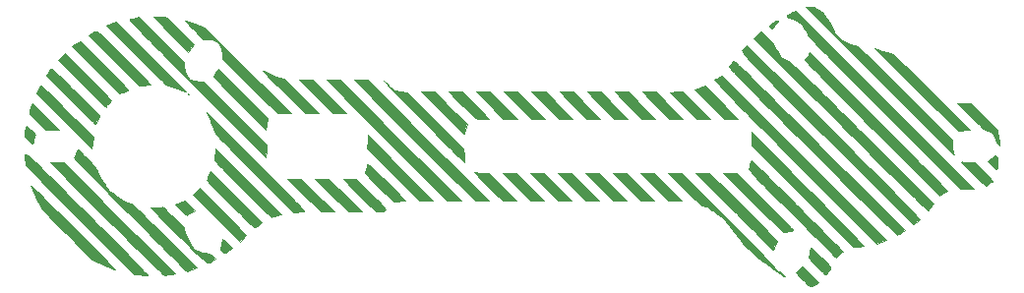
<source format=gto>
G04 #@! TF.GenerationSoftware,KiCad,Pcbnew,(5.1.6)-1*
G04 #@! TF.CreationDate,2022-02-17T20:05:14-05:00*
G04 #@! TF.ProjectId,upperArm,75707065-7241-4726-9d2e-6b696361645f,rev?*
G04 #@! TF.SameCoordinates,Original*
G04 #@! TF.FileFunction,Legend,Top*
G04 #@! TF.FilePolarity,Positive*
%FSLAX46Y46*%
G04 Gerber Fmt 4.6, Leading zero omitted, Abs format (unit mm)*
G04 Created by KiCad (PCBNEW (5.1.6)-1) date 2022-02-17 20:05:14*
%MOMM*%
%LPD*%
G01*
G04 APERTURE LIST*
%ADD10C,0.010000*%
G04 APERTURE END LIST*
D10*
G36*
X175524915Y-106008783D02*
G01*
X175779061Y-106267356D01*
X175990045Y-106488426D01*
X176138170Y-106650876D01*
X176203743Y-106733590D01*
X176205263Y-106738214D01*
X176142143Y-106793877D01*
X175986340Y-106869916D01*
X175788191Y-106946596D01*
X175598033Y-107004182D01*
X175477895Y-107023392D01*
X175374853Y-106972948D01*
X175197172Y-106836441D01*
X174971873Y-106636106D01*
X174778455Y-106447807D01*
X174209224Y-105872222D01*
X174526895Y-105598908D01*
X174844566Y-105325593D01*
X175524915Y-106008783D01*
G37*
X175524915Y-106008783D02*
X175779061Y-106267356D01*
X175990045Y-106488426D01*
X176138170Y-106650876D01*
X176203743Y-106733590D01*
X176205263Y-106738214D01*
X176142143Y-106793877D01*
X175986340Y-106869916D01*
X175788191Y-106946596D01*
X175598033Y-107004182D01*
X175477895Y-107023392D01*
X175374853Y-106972948D01*
X175197172Y-106836441D01*
X174971873Y-106636106D01*
X174778455Y-106447807D01*
X174209224Y-105872222D01*
X174526895Y-105598908D01*
X174844566Y-105325593D01*
X175524915Y-106008783D01*
G36*
X168389390Y-101250599D02*
G01*
X169024380Y-101887499D01*
X169627823Y-102495667D01*
X170191581Y-103066724D01*
X170707513Y-103592287D01*
X171167483Y-104063975D01*
X171563352Y-104473408D01*
X171886980Y-104812202D01*
X172130230Y-105071978D01*
X172284962Y-105244353D01*
X172343039Y-105320947D01*
X172343275Y-105322448D01*
X172403094Y-105465316D01*
X172550888Y-105623685D01*
X172739164Y-105752129D01*
X172832844Y-105790694D01*
X172941156Y-105848825D01*
X173079094Y-105952259D01*
X173209831Y-106068187D01*
X173296540Y-106163800D01*
X173302394Y-106206289D01*
X173299507Y-106206433D01*
X173222761Y-106168578D01*
X173066258Y-106072089D01*
X172959951Y-106002193D01*
X172461406Y-105664525D01*
X172029216Y-105365463D01*
X171676744Y-105114580D01*
X171417349Y-104921449D01*
X171264393Y-104795645D01*
X171237125Y-104767688D01*
X171115777Y-104668478D01*
X171046099Y-104646784D01*
X170954950Y-104593614D01*
X170805028Y-104454575D01*
X170637925Y-104270259D01*
X170446472Y-104063967D01*
X170264489Y-103902217D01*
X170146304Y-103827530D01*
X169999724Y-103724870D01*
X169840794Y-103546782D01*
X169791001Y-103474332D01*
X169616852Y-103231173D01*
X169417748Y-102996543D01*
X169379769Y-102957277D01*
X169238770Y-102799936D01*
X169157526Y-102677632D01*
X169149708Y-102649847D01*
X169091596Y-102557473D01*
X169001170Y-102492983D01*
X168883128Y-102391739D01*
X168852632Y-102317055D01*
X168805291Y-102213710D01*
X168682815Y-102046031D01*
X168555556Y-101898830D01*
X168396235Y-101717619D01*
X168288413Y-101578454D01*
X168258480Y-101522044D01*
X168205572Y-101450197D01*
X168066857Y-101314667D01*
X167872345Y-101144771D01*
X167872007Y-101144489D01*
X167641435Y-100949684D01*
X167430447Y-100767438D01*
X167304145Y-100654825D01*
X167152704Y-100539183D01*
X167034244Y-100487870D01*
X167030142Y-100487719D01*
X166923912Y-100428319D01*
X166897349Y-100383010D01*
X166808968Y-100307910D01*
X166620720Y-100219928D01*
X166425222Y-100153952D01*
X166288358Y-100110768D01*
X166162487Y-100057494D01*
X166031757Y-99981037D01*
X165880312Y-99868303D01*
X165692302Y-99706199D01*
X165451871Y-99481633D01*
X165143168Y-99181510D01*
X164750339Y-98792737D01*
X164619298Y-98662417D01*
X163245322Y-97295230D01*
X163840414Y-97294691D01*
X164435505Y-97294152D01*
X168389390Y-101250599D01*
G37*
X168389390Y-101250599D02*
X169024380Y-101887499D01*
X169627823Y-102495667D01*
X170191581Y-103066724D01*
X170707513Y-103592287D01*
X171167483Y-104063975D01*
X171563352Y-104473408D01*
X171886980Y-104812202D01*
X172130230Y-105071978D01*
X172284962Y-105244353D01*
X172343039Y-105320947D01*
X172343275Y-105322448D01*
X172403094Y-105465316D01*
X172550888Y-105623685D01*
X172739164Y-105752129D01*
X172832844Y-105790694D01*
X172941156Y-105848825D01*
X173079094Y-105952259D01*
X173209831Y-106068187D01*
X173296540Y-106163800D01*
X173302394Y-106206289D01*
X173299507Y-106206433D01*
X173222761Y-106168578D01*
X173066258Y-106072089D01*
X172959951Y-106002193D01*
X172461406Y-105664525D01*
X172029216Y-105365463D01*
X171676744Y-105114580D01*
X171417349Y-104921449D01*
X171264393Y-104795645D01*
X171237125Y-104767688D01*
X171115777Y-104668478D01*
X171046099Y-104646784D01*
X170954950Y-104593614D01*
X170805028Y-104454575D01*
X170637925Y-104270259D01*
X170446472Y-104063967D01*
X170264489Y-103902217D01*
X170146304Y-103827530D01*
X169999724Y-103724870D01*
X169840794Y-103546782D01*
X169791001Y-103474332D01*
X169616852Y-103231173D01*
X169417748Y-102996543D01*
X169379769Y-102957277D01*
X169238770Y-102799936D01*
X169157526Y-102677632D01*
X169149708Y-102649847D01*
X169091596Y-102557473D01*
X169001170Y-102492983D01*
X168883128Y-102391739D01*
X168852632Y-102317055D01*
X168805291Y-102213710D01*
X168682815Y-102046031D01*
X168555556Y-101898830D01*
X168396235Y-101717619D01*
X168288413Y-101578454D01*
X168258480Y-101522044D01*
X168205572Y-101450197D01*
X168066857Y-101314667D01*
X167872345Y-101144771D01*
X167872007Y-101144489D01*
X167641435Y-100949684D01*
X167430447Y-100767438D01*
X167304145Y-100654825D01*
X167152704Y-100539183D01*
X167034244Y-100487870D01*
X167030142Y-100487719D01*
X166923912Y-100428319D01*
X166897349Y-100383010D01*
X166808968Y-100307910D01*
X166620720Y-100219928D01*
X166425222Y-100153952D01*
X166288358Y-100110768D01*
X166162487Y-100057494D01*
X166031757Y-99981037D01*
X165880312Y-99868303D01*
X165692302Y-99706199D01*
X165451871Y-99481633D01*
X165143168Y-99181510D01*
X164750339Y-98792737D01*
X164619298Y-98662417D01*
X163245322Y-97295230D01*
X163840414Y-97294691D01*
X164435505Y-97294152D01*
X168389390Y-101250599D01*
G36*
X107998919Y-95695829D02*
G01*
X108108959Y-95759751D01*
X108260994Y-95874368D01*
X108460864Y-96044629D01*
X108714411Y-96275483D01*
X109027474Y-96571879D01*
X109405895Y-96938764D01*
X109855513Y-97381089D01*
X110382170Y-97903800D01*
X110991706Y-98511846D01*
X111689962Y-99210177D01*
X112482777Y-100003741D01*
X113262088Y-100783557D01*
X114158722Y-101681758D01*
X114979678Y-102506859D01*
X115721856Y-103255676D01*
X116382154Y-103925025D01*
X116957470Y-104511721D01*
X117444705Y-105012581D01*
X117840756Y-105424420D01*
X118142522Y-105744054D01*
X118346902Y-105968299D01*
X118450796Y-106093970D01*
X118460918Y-106121619D01*
X118312976Y-106108902D01*
X118071148Y-106085957D01*
X117804247Y-106059408D01*
X117295920Y-106007741D01*
X112629480Y-101335303D01*
X107963040Y-96662866D01*
X107913897Y-96252186D01*
X107893506Y-96099796D01*
X107874227Y-95963462D01*
X107861900Y-95848132D01*
X107862365Y-95758755D01*
X107881463Y-95700280D01*
X107925034Y-95677656D01*
X107998919Y-95695829D01*
G37*
X107998919Y-95695829D02*
X108108959Y-95759751D01*
X108260994Y-95874368D01*
X108460864Y-96044629D01*
X108714411Y-96275483D01*
X109027474Y-96571879D01*
X109405895Y-96938764D01*
X109855513Y-97381089D01*
X110382170Y-97903800D01*
X110991706Y-98511846D01*
X111689962Y-99210177D01*
X112482777Y-100003741D01*
X113262088Y-100783557D01*
X114158722Y-101681758D01*
X114979678Y-102506859D01*
X115721856Y-103255676D01*
X116382154Y-103925025D01*
X116957470Y-104511721D01*
X117444705Y-105012581D01*
X117840756Y-105424420D01*
X118142522Y-105744054D01*
X118346902Y-105968299D01*
X118450796Y-106093970D01*
X118460918Y-106121619D01*
X118312976Y-106108902D01*
X118071148Y-106085957D01*
X117804247Y-106059408D01*
X117295920Y-106007741D01*
X112629480Y-101335303D01*
X107963040Y-96662866D01*
X107913897Y-96252186D01*
X107893506Y-96099796D01*
X107874227Y-95963462D01*
X107861900Y-95848132D01*
X107862365Y-95758755D01*
X107881463Y-95700280D01*
X107925034Y-95677656D01*
X107998919Y-95695829D01*
G36*
X116036279Y-101182185D02*
G01*
X120815109Y-105961445D01*
X120473688Y-106008242D01*
X120226476Y-106045994D01*
X120016215Y-106084510D01*
X119965110Y-106095890D01*
X119924145Y-106090777D01*
X119858333Y-106056555D01*
X119761522Y-105987322D01*
X119627561Y-105877179D01*
X119450297Y-105720224D01*
X119223580Y-105510558D01*
X118941257Y-105242280D01*
X118597177Y-104909490D01*
X118185189Y-104506288D01*
X117699141Y-104026773D01*
X117132882Y-103465046D01*
X116480259Y-102815204D01*
X115735121Y-102071349D01*
X114933546Y-101269832D01*
X110069139Y-96402924D01*
X111257450Y-96402924D01*
X116036279Y-101182185D01*
G37*
X116036279Y-101182185D02*
X120815109Y-105961445D01*
X120473688Y-106008242D01*
X120226476Y-106045994D01*
X120016215Y-106084510D01*
X119965110Y-106095890D01*
X119924145Y-106090777D01*
X119858333Y-106056555D01*
X119761522Y-105987322D01*
X119627561Y-105877179D01*
X119450297Y-105720224D01*
X119223580Y-105510558D01*
X118941257Y-105242280D01*
X118597177Y-104909490D01*
X118185189Y-104506288D01*
X117699141Y-104026773D01*
X117132882Y-103465046D01*
X116480259Y-102815204D01*
X115735121Y-102071349D01*
X114933546Y-101269832D01*
X110069139Y-96402924D01*
X111257450Y-96402924D01*
X116036279Y-101182185D01*
G36*
X175575143Y-103765983D02*
G01*
X175731055Y-103879567D01*
X175976138Y-104096791D01*
X176305815Y-104413805D01*
X176394067Y-104501368D01*
X176680997Y-104791228D01*
X176926636Y-105046517D01*
X177113261Y-105248237D01*
X177223148Y-105377392D01*
X177245029Y-105413530D01*
X177205935Y-105505697D01*
X177110081Y-105662133D01*
X176989616Y-105836614D01*
X176876686Y-105982913D01*
X176803438Y-106054805D01*
X176798022Y-106056309D01*
X176734526Y-106007153D01*
X176586871Y-105871166D01*
X176375079Y-105667395D01*
X176119174Y-105414883D01*
X176033355Y-105329020D01*
X175307215Y-104600146D01*
X175395030Y-104233553D01*
X175451981Y-103999346D01*
X175498121Y-103815733D01*
X175512975Y-103759889D01*
X175575143Y-103765983D01*
G37*
X175575143Y-103765983D02*
X175731055Y-103879567D01*
X175976138Y-104096791D01*
X176305815Y-104413805D01*
X176394067Y-104501368D01*
X176680997Y-104791228D01*
X176926636Y-105046517D01*
X177113261Y-105248237D01*
X177223148Y-105377392D01*
X177245029Y-105413530D01*
X177205935Y-105505697D01*
X177110081Y-105662133D01*
X176989616Y-105836614D01*
X176876686Y-105982913D01*
X176803438Y-106054805D01*
X176798022Y-106056309D01*
X176734526Y-106007153D01*
X176586871Y-105871166D01*
X176375079Y-105667395D01*
X176119174Y-105414883D01*
X176033355Y-105329020D01*
X175307215Y-104600146D01*
X175395030Y-104233553D01*
X175451981Y-103999346D01*
X175498121Y-103815733D01*
X175512975Y-103759889D01*
X175575143Y-103765983D01*
G36*
X112481043Y-95296346D02*
G01*
X112583560Y-95371604D01*
X112746871Y-95521701D01*
X112987751Y-95757977D01*
X113192935Y-95962216D01*
X113511759Y-96285287D01*
X113742817Y-96536081D01*
X113907667Y-96742875D01*
X114027870Y-96933946D01*
X114124985Y-97137572D01*
X114165947Y-97238407D01*
X114276719Y-97498248D01*
X114381740Y-97706757D01*
X114459297Y-97821081D01*
X114462693Y-97824084D01*
X114550136Y-97951867D01*
X114561989Y-98011132D01*
X114621917Y-98126853D01*
X114673392Y-98158523D01*
X114771773Y-98235769D01*
X114784796Y-98275475D01*
X114832227Y-98391526D01*
X114949538Y-98558227D01*
X115099251Y-98732155D01*
X115243888Y-98869890D01*
X115345973Y-98928011D01*
X115348054Y-98928070D01*
X115442800Y-98971250D01*
X115453217Y-99004177D01*
X115514695Y-99084005D01*
X115638889Y-99150877D01*
X115776691Y-99230102D01*
X115824562Y-99302395D01*
X115886534Y-99360574D01*
X116048803Y-99461005D01*
X116275899Y-99585684D01*
X116532351Y-99716607D01*
X116782689Y-99835771D01*
X116991443Y-99925171D01*
X117123142Y-99966804D01*
X117135589Y-99967836D01*
X117198838Y-100018866D01*
X117356833Y-100165440D01*
X117599573Y-100397781D01*
X117917058Y-100706115D01*
X118299290Y-101080667D01*
X118736268Y-101511661D01*
X119217992Y-101989323D01*
X119734462Y-102503877D01*
X119937657Y-102706953D01*
X122676023Y-105446069D01*
X122255401Y-105603444D01*
X122031122Y-105686451D01*
X121872413Y-105743477D01*
X121818787Y-105760819D01*
X121765158Y-105709495D01*
X121613845Y-105560378D01*
X121372153Y-105320751D01*
X121047386Y-104997894D01*
X120646849Y-104599090D01*
X120177849Y-104131621D01*
X119647689Y-103602768D01*
X119063674Y-103019815D01*
X118433111Y-102390041D01*
X117763303Y-101720730D01*
X117061556Y-101019164D01*
X116901462Y-100859064D01*
X116195607Y-100152164D01*
X115522171Y-99475811D01*
X114888268Y-98837258D01*
X114301014Y-98243761D01*
X113767522Y-97702575D01*
X113294908Y-97220953D01*
X112890285Y-96806152D01*
X112560770Y-96465425D01*
X112313475Y-96206027D01*
X112155517Y-96035213D01*
X112094009Y-95960238D01*
X112094347Y-95957310D01*
X112199475Y-95884990D01*
X112297938Y-95675825D01*
X112370506Y-95406197D01*
X112391290Y-95324984D01*
X112422544Y-95284587D01*
X112481043Y-95296346D01*
G37*
X112481043Y-95296346D02*
X112583560Y-95371604D01*
X112746871Y-95521701D01*
X112987751Y-95757977D01*
X113192935Y-95962216D01*
X113511759Y-96285287D01*
X113742817Y-96536081D01*
X113907667Y-96742875D01*
X114027870Y-96933946D01*
X114124985Y-97137572D01*
X114165947Y-97238407D01*
X114276719Y-97498248D01*
X114381740Y-97706757D01*
X114459297Y-97821081D01*
X114462693Y-97824084D01*
X114550136Y-97951867D01*
X114561989Y-98011132D01*
X114621917Y-98126853D01*
X114673392Y-98158523D01*
X114771773Y-98235769D01*
X114784796Y-98275475D01*
X114832227Y-98391526D01*
X114949538Y-98558227D01*
X115099251Y-98732155D01*
X115243888Y-98869890D01*
X115345973Y-98928011D01*
X115348054Y-98928070D01*
X115442800Y-98971250D01*
X115453217Y-99004177D01*
X115514695Y-99084005D01*
X115638889Y-99150877D01*
X115776691Y-99230102D01*
X115824562Y-99302395D01*
X115886534Y-99360574D01*
X116048803Y-99461005D01*
X116275899Y-99585684D01*
X116532351Y-99716607D01*
X116782689Y-99835771D01*
X116991443Y-99925171D01*
X117123142Y-99966804D01*
X117135589Y-99967836D01*
X117198838Y-100018866D01*
X117356833Y-100165440D01*
X117599573Y-100397781D01*
X117917058Y-100706115D01*
X118299290Y-101080667D01*
X118736268Y-101511661D01*
X119217992Y-101989323D01*
X119734462Y-102503877D01*
X119937657Y-102706953D01*
X122676023Y-105446069D01*
X122255401Y-105603444D01*
X122031122Y-105686451D01*
X121872413Y-105743477D01*
X121818787Y-105760819D01*
X121765158Y-105709495D01*
X121613845Y-105560378D01*
X121372153Y-105320751D01*
X121047386Y-104997894D01*
X120646849Y-104599090D01*
X120177849Y-104131621D01*
X119647689Y-103602768D01*
X119063674Y-103019815D01*
X118433111Y-102390041D01*
X117763303Y-101720730D01*
X117061556Y-101019164D01*
X116901462Y-100859064D01*
X116195607Y-100152164D01*
X115522171Y-99475811D01*
X114888268Y-98837258D01*
X114301014Y-98243761D01*
X113767522Y-97702575D01*
X113294908Y-97220953D01*
X112890285Y-96806152D01*
X112560770Y-96465425D01*
X112313475Y-96206027D01*
X112155517Y-96035213D01*
X112094009Y-95960238D01*
X112094347Y-95957310D01*
X112199475Y-95884990D01*
X112297938Y-95675825D01*
X112370506Y-95406197D01*
X112391290Y-95324984D01*
X112422544Y-95284587D01*
X112481043Y-95296346D01*
G36*
X108472867Y-98410440D02*
G01*
X108624253Y-98554434D01*
X108863506Y-98786826D01*
X109182121Y-99099221D01*
X109571596Y-99483223D01*
X110023426Y-99930434D01*
X110529108Y-100432460D01*
X111080139Y-100980904D01*
X111668014Y-101567370D01*
X112076929Y-101976052D01*
X112682580Y-102582743D01*
X113254570Y-103157555D01*
X113784654Y-103692085D01*
X114264585Y-104177928D01*
X114686115Y-104606680D01*
X115040998Y-104969937D01*
X115320987Y-105259295D01*
X115517835Y-105466349D01*
X115623296Y-105582696D01*
X115638605Y-105605711D01*
X115547089Y-105574478D01*
X115346998Y-105493300D01*
X115065105Y-105373422D01*
X114728184Y-105226088D01*
X114615610Y-105176088D01*
X113666601Y-104753035D01*
X111583635Y-102676079D01*
X111115033Y-102206407D01*
X110671828Y-101757576D01*
X110266966Y-101343039D01*
X109913396Y-100976247D01*
X109624064Y-100670653D01*
X109411919Y-100439710D01*
X109289906Y-100296870D01*
X109277178Y-100279657D01*
X109181997Y-100120686D01*
X109056724Y-99879937D01*
X108914609Y-99586960D01*
X108768902Y-99271307D01*
X108632853Y-98962525D01*
X108519712Y-98690166D01*
X108442730Y-98483779D01*
X108415157Y-98372913D01*
X108417851Y-98363241D01*
X108472867Y-98410440D01*
G37*
X108472867Y-98410440D02*
X108624253Y-98554434D01*
X108863506Y-98786826D01*
X109182121Y-99099221D01*
X109571596Y-99483223D01*
X110023426Y-99930434D01*
X110529108Y-100432460D01*
X111080139Y-100980904D01*
X111668014Y-101567370D01*
X112076929Y-101976052D01*
X112682580Y-102582743D01*
X113254570Y-103157555D01*
X113784654Y-103692085D01*
X114264585Y-104177928D01*
X114686115Y-104606680D01*
X115040998Y-104969937D01*
X115320987Y-105259295D01*
X115517835Y-105466349D01*
X115623296Y-105582696D01*
X115638605Y-105605711D01*
X115547089Y-105574478D01*
X115346998Y-105493300D01*
X115065105Y-105373422D01*
X114728184Y-105226088D01*
X114615610Y-105176088D01*
X113666601Y-104753035D01*
X111583635Y-102676079D01*
X111115033Y-102206407D01*
X110671828Y-101757576D01*
X110266966Y-101343039D01*
X109913396Y-100976247D01*
X109624064Y-100670653D01*
X109411919Y-100439710D01*
X109289906Y-100296870D01*
X109277178Y-100279657D01*
X109181997Y-100120686D01*
X109056724Y-99879937D01*
X108914609Y-99586960D01*
X108768902Y-99271307D01*
X108632853Y-98962525D01*
X108519712Y-98690166D01*
X108442730Y-98483779D01*
X108415157Y-98372913D01*
X108417851Y-98363241D01*
X108472867Y-98410440D01*
G36*
X119776667Y-100252763D02*
G01*
X119936059Y-100378079D01*
X120162512Y-100577775D01*
X120437748Y-100835823D01*
X120697271Y-101089941D01*
X121042374Y-101438345D01*
X121292459Y-101702346D01*
X121461203Y-101898781D01*
X121562284Y-102044486D01*
X121609377Y-102156295D01*
X121617544Y-102222783D01*
X121653128Y-102385479D01*
X121747827Y-102630312D01*
X121883563Y-102912513D01*
X121932894Y-103003722D01*
X122086118Y-103280049D01*
X122218682Y-103521345D01*
X122308346Y-103687056D01*
X122324824Y-103718421D01*
X122476737Y-103878832D01*
X122737485Y-104021725D01*
X123067366Y-104129901D01*
X123400000Y-104184161D01*
X123683475Y-104226377D01*
X123887251Y-104314331D01*
X124044456Y-104441552D01*
X124280432Y-104665458D01*
X124076601Y-104836971D01*
X123974131Y-104924233D01*
X123884086Y-104992409D01*
X123796198Y-105034076D01*
X123700196Y-105041808D01*
X123585813Y-105008182D01*
X123442777Y-104925775D01*
X123260820Y-104787162D01*
X123029673Y-104584919D01*
X122739066Y-104311623D01*
X122378730Y-103959851D01*
X121938396Y-103522177D01*
X121407793Y-102991178D01*
X121107980Y-102690913D01*
X118704557Y-100284701D01*
X119166394Y-100274261D01*
X119421375Y-100261784D01*
X119618038Y-100239890D01*
X119702614Y-100217850D01*
X119776667Y-100252763D01*
G37*
X119776667Y-100252763D02*
X119936059Y-100378079D01*
X120162512Y-100577775D01*
X120437748Y-100835823D01*
X120697271Y-101089941D01*
X121042374Y-101438345D01*
X121292459Y-101702346D01*
X121461203Y-101898781D01*
X121562284Y-102044486D01*
X121609377Y-102156295D01*
X121617544Y-102222783D01*
X121653128Y-102385479D01*
X121747827Y-102630312D01*
X121883563Y-102912513D01*
X121932894Y-103003722D01*
X122086118Y-103280049D01*
X122218682Y-103521345D01*
X122308346Y-103687056D01*
X122324824Y-103718421D01*
X122476737Y-103878832D01*
X122737485Y-104021725D01*
X123067366Y-104129901D01*
X123400000Y-104184161D01*
X123683475Y-104226377D01*
X123887251Y-104314331D01*
X124044456Y-104441552D01*
X124280432Y-104665458D01*
X124076601Y-104836971D01*
X123974131Y-104924233D01*
X123884086Y-104992409D01*
X123796198Y-105034076D01*
X123700196Y-105041808D01*
X123585813Y-105008182D01*
X123442777Y-104925775D01*
X123260820Y-104787162D01*
X123029673Y-104584919D01*
X122739066Y-104311623D01*
X122378730Y-103959851D01*
X121938396Y-103522177D01*
X121407793Y-102991178D01*
X121107980Y-102690913D01*
X118704557Y-100284701D01*
X119166394Y-100274261D01*
X119421375Y-100261784D01*
X119618038Y-100239890D01*
X119702614Y-100217850D01*
X119776667Y-100252763D01*
G36*
X170466204Y-96266753D02*
G01*
X170622263Y-96410010D01*
X170866613Y-96642415D01*
X171191011Y-96955899D01*
X171587215Y-97342391D01*
X172046982Y-97793822D01*
X172562071Y-98302122D01*
X173124238Y-98859222D01*
X173725241Y-99457050D01*
X174356837Y-100087537D01*
X174386992Y-100117694D01*
X175018421Y-100749929D01*
X175617559Y-101351235D01*
X176176351Y-101913444D01*
X176686746Y-102428385D01*
X177140687Y-102887890D01*
X177530122Y-103283787D01*
X177846996Y-103607908D01*
X178083256Y-103852083D01*
X178230848Y-104008142D01*
X178281717Y-104067916D01*
X178281570Y-104068236D01*
X178196175Y-104116957D01*
X178099123Y-104170110D01*
X177947410Y-104303220D01*
X177877272Y-104411484D01*
X177792360Y-104536450D01*
X177728461Y-104572515D01*
X177664831Y-104521264D01*
X177504888Y-104373052D01*
X177257109Y-104136194D01*
X176929972Y-103819001D01*
X176531954Y-103429786D01*
X176071533Y-102976862D01*
X175557186Y-102468543D01*
X174997391Y-101913140D01*
X174400625Y-101318966D01*
X173870817Y-100789823D01*
X173117202Y-100035063D01*
X172463955Y-99378431D01*
X171905435Y-98814013D01*
X171435998Y-98335891D01*
X171050002Y-97938150D01*
X170741806Y-97614875D01*
X170505765Y-97360149D01*
X170336239Y-97168058D01*
X170227584Y-97032685D01*
X170174159Y-96948114D01*
X170169561Y-96909268D01*
X170236218Y-96774207D01*
X170295211Y-96569067D01*
X170302651Y-96532074D01*
X170348759Y-96343863D01*
X170397055Y-96230295D01*
X170406678Y-96220714D01*
X170466204Y-96266753D01*
G37*
X170466204Y-96266753D02*
X170622263Y-96410010D01*
X170866613Y-96642415D01*
X171191011Y-96955899D01*
X171587215Y-97342391D01*
X172046982Y-97793822D01*
X172562071Y-98302122D01*
X173124238Y-98859222D01*
X173725241Y-99457050D01*
X174356837Y-100087537D01*
X174386992Y-100117694D01*
X175018421Y-100749929D01*
X175617559Y-101351235D01*
X176176351Y-101913444D01*
X176686746Y-102428385D01*
X177140687Y-102887890D01*
X177530122Y-103283787D01*
X177846996Y-103607908D01*
X178083256Y-103852083D01*
X178230848Y-104008142D01*
X178281717Y-104067916D01*
X178281570Y-104068236D01*
X178196175Y-104116957D01*
X178099123Y-104170110D01*
X177947410Y-104303220D01*
X177877272Y-104411484D01*
X177792360Y-104536450D01*
X177728461Y-104572515D01*
X177664831Y-104521264D01*
X177504888Y-104373052D01*
X177257109Y-104136194D01*
X176929972Y-103819001D01*
X176531954Y-103429786D01*
X176071533Y-102976862D01*
X175557186Y-102468543D01*
X174997391Y-101913140D01*
X174400625Y-101318966D01*
X173870817Y-100789823D01*
X173117202Y-100035063D01*
X172463955Y-99378431D01*
X171905435Y-98814013D01*
X171435998Y-98335891D01*
X171050002Y-97938150D01*
X170741806Y-97614875D01*
X170505765Y-97360149D01*
X170336239Y-97168058D01*
X170227584Y-97032685D01*
X170174159Y-96948114D01*
X170169561Y-96909268D01*
X170236218Y-96774207D01*
X170295211Y-96569067D01*
X170302651Y-96532074D01*
X170348759Y-96343863D01*
X170397055Y-96230295D01*
X170406678Y-96220714D01*
X170466204Y-96266753D01*
G36*
X125002540Y-103033007D02*
G01*
X125151122Y-103169904D01*
X125293860Y-103309942D01*
X125487556Y-103506560D01*
X125631572Y-103662901D01*
X125699998Y-103750568D01*
X125702339Y-103757619D01*
X125644842Y-103834316D01*
X125504539Y-103946869D01*
X125329716Y-104061283D01*
X125168658Y-104143565D01*
X125138913Y-104154283D01*
X124978879Y-104146319D01*
X124811223Y-104015616D01*
X124701504Y-103886380D01*
X124676300Y-103782433D01*
X124727942Y-103635936D01*
X124760494Y-103566792D01*
X124844280Y-103339291D01*
X124884712Y-103127735D01*
X124885380Y-103105719D01*
X124891216Y-103011687D01*
X124923087Y-102983859D01*
X125002540Y-103033007D01*
G37*
X125002540Y-103033007D02*
X125151122Y-103169904D01*
X125293860Y-103309942D01*
X125487556Y-103506560D01*
X125631572Y-103662901D01*
X125699998Y-103750568D01*
X125702339Y-103757619D01*
X125644842Y-103834316D01*
X125504539Y-103946869D01*
X125329716Y-104061283D01*
X125168658Y-104143565D01*
X125138913Y-104154283D01*
X124978879Y-104146319D01*
X124811223Y-104015616D01*
X124701504Y-103886380D01*
X124676300Y-103782433D01*
X124727942Y-103635936D01*
X124760494Y-103566792D01*
X124844280Y-103339291D01*
X124884712Y-103127735D01*
X124885380Y-103105719D01*
X124891216Y-103011687D01*
X124923087Y-102983859D01*
X125002540Y-103033007D01*
G36*
X169732602Y-100216518D02*
G01*
X172654265Y-103138883D01*
X172460385Y-103521488D01*
X172353428Y-103727071D01*
X172275852Y-103865954D01*
X172248875Y-103904094D01*
X172194724Y-103853020D01*
X172044531Y-103705714D01*
X171807214Y-103471048D01*
X171491689Y-103157893D01*
X171106875Y-102775121D01*
X170661689Y-102331605D01*
X170165049Y-101836217D01*
X169625873Y-101297828D01*
X169053078Y-100725311D01*
X168926901Y-100599123D01*
X165622556Y-97294152D01*
X166810939Y-97294152D01*
X169732602Y-100216518D01*
G37*
X169732602Y-100216518D02*
X172654265Y-103138883D01*
X172460385Y-103521488D01*
X172353428Y-103727071D01*
X172275852Y-103865954D01*
X172248875Y-103904094D01*
X172194724Y-103853020D01*
X172044531Y-103705714D01*
X171807214Y-103471048D01*
X171491689Y-103157893D01*
X171106875Y-102775121D01*
X170661689Y-102331605D01*
X170165049Y-101836217D01*
X169625873Y-101297828D01*
X169053078Y-100725311D01*
X168926901Y-100599123D01*
X165622556Y-97294152D01*
X166810939Y-97294152D01*
X169732602Y-100216518D01*
G36*
X175275144Y-98629238D02*
G01*
X176156927Y-99512455D01*
X176955604Y-100315543D01*
X177668630Y-101035884D01*
X178293460Y-101670858D01*
X178827549Y-102217843D01*
X179268354Y-102674221D01*
X179613329Y-103037371D01*
X179859929Y-103304674D01*
X180005611Y-103473510D01*
X180047828Y-103541259D01*
X180046928Y-103542103D01*
X179925822Y-103578635D01*
X179712436Y-103618391D01*
X179547369Y-103641125D01*
X179138889Y-103689720D01*
X170412281Y-94954210D01*
X170412281Y-93766800D01*
X175275144Y-98629238D01*
G37*
X175275144Y-98629238D02*
X176156927Y-99512455D01*
X176955604Y-100315543D01*
X177668630Y-101035884D01*
X178293460Y-101670858D01*
X178827549Y-102217843D01*
X179268354Y-102674221D01*
X179613329Y-103037371D01*
X179859929Y-103304674D01*
X180005611Y-103473510D01*
X180047828Y-103541259D01*
X180046928Y-103542103D01*
X179925822Y-103578635D01*
X179712436Y-103618391D01*
X179547369Y-103641125D01*
X179138889Y-103689720D01*
X170412281Y-94954210D01*
X170412281Y-93766800D01*
X175275144Y-98629238D01*
G36*
X182072196Y-103050000D02*
G01*
X181200900Y-103366984D01*
X174200062Y-96365851D01*
X173246473Y-95411228D01*
X172346622Y-94508416D01*
X171504919Y-93661908D01*
X170725773Y-92876200D01*
X170013592Y-92155785D01*
X169372785Y-91505157D01*
X168807762Y-90928811D01*
X168322931Y-90431241D01*
X167922700Y-90016940D01*
X167611479Y-89690404D01*
X167393677Y-89456126D01*
X167273701Y-89318601D01*
X167250486Y-89281775D01*
X167349478Y-89203800D01*
X167378737Y-89198830D01*
X167485709Y-89158881D01*
X167649129Y-89060637D01*
X167679293Y-89039636D01*
X167902860Y-88880442D01*
X182072196Y-103050000D01*
G37*
X182072196Y-103050000D02*
X181200900Y-103366984D01*
X174200062Y-96365851D01*
X173246473Y-95411228D01*
X172346622Y-94508416D01*
X171504919Y-93661908D01*
X170725773Y-92876200D01*
X170013592Y-92155785D01*
X169372785Y-91505157D01*
X168807762Y-90928811D01*
X168322931Y-90431241D01*
X167922700Y-90016940D01*
X167611479Y-89690404D01*
X167393677Y-89456126D01*
X167273701Y-89318601D01*
X167250486Y-89281775D01*
X167349478Y-89203800D01*
X167378737Y-89198830D01*
X167485709Y-89158881D01*
X167649129Y-89060637D01*
X167679293Y-89039636D01*
X167902860Y-88880442D01*
X182072196Y-103050000D01*
G36*
X124958695Y-100601176D02*
G01*
X126959239Y-102604386D01*
X126387115Y-103212388D01*
X122378919Y-99188012D01*
X122668535Y-98892989D01*
X122958152Y-98597966D01*
X124958695Y-100601176D01*
G37*
X124958695Y-100601176D02*
X126959239Y-102604386D01*
X126387115Y-103212388D01*
X122378919Y-99188012D01*
X122668535Y-98892989D01*
X122958152Y-98597966D01*
X124958695Y-100601176D01*
G36*
X168869815Y-87648043D02*
G01*
X168925609Y-87677312D01*
X169011241Y-87739119D01*
X169131643Y-87838260D01*
X169291747Y-87979531D01*
X169496484Y-88167728D01*
X169750788Y-88407645D01*
X170059588Y-88704080D01*
X170427818Y-89061827D01*
X170860409Y-89485683D01*
X171362293Y-89980443D01*
X171938403Y-90550904D01*
X172593669Y-91201860D01*
X173333023Y-91938108D01*
X174161398Y-92764443D01*
X175083726Y-93685662D01*
X176104938Y-94706559D01*
X176302059Y-94903698D01*
X183630359Y-102233041D01*
X183389887Y-102392567D01*
X183191614Y-102510050D01*
X183019329Y-102589876D01*
X183000095Y-102596167D01*
X182962683Y-102586647D01*
X182892526Y-102541668D01*
X182784895Y-102456622D01*
X182635064Y-102326901D01*
X182438306Y-102147899D01*
X182189893Y-101915009D01*
X181885099Y-101623623D01*
X181519195Y-101269134D01*
X181087456Y-100846936D01*
X180585153Y-100352421D01*
X180007560Y-99780982D01*
X179349950Y-99128013D01*
X178607594Y-98388905D01*
X177775768Y-97559052D01*
X176849742Y-96633846D01*
X175824790Y-95608681D01*
X175610329Y-95394066D01*
X174594049Y-94376914D01*
X173677756Y-93459556D01*
X172856410Y-92636748D01*
X172124970Y-91903245D01*
X171478397Y-91253802D01*
X170911652Y-90683174D01*
X170419695Y-90186118D01*
X169997486Y-89757388D01*
X169639986Y-89391741D01*
X169342154Y-89083930D01*
X169098953Y-88828712D01*
X168905341Y-88620842D01*
X168756279Y-88455076D01*
X168646728Y-88326168D01*
X168571648Y-88228875D01*
X168525999Y-88157951D01*
X168504742Y-88108152D01*
X168502837Y-88074233D01*
X168515245Y-88050951D01*
X168536925Y-88033059D01*
X168536989Y-88033015D01*
X168661461Y-87914080D01*
X168704094Y-87818408D01*
X168762563Y-87705041D01*
X168838927Y-87646516D01*
X168869815Y-87648043D01*
G37*
X168869815Y-87648043D02*
X168925609Y-87677312D01*
X169011241Y-87739119D01*
X169131643Y-87838260D01*
X169291747Y-87979531D01*
X169496484Y-88167728D01*
X169750788Y-88407645D01*
X170059588Y-88704080D01*
X170427818Y-89061827D01*
X170860409Y-89485683D01*
X171362293Y-89980443D01*
X171938403Y-90550904D01*
X172593669Y-91201860D01*
X173333023Y-91938108D01*
X174161398Y-92764443D01*
X175083726Y-93685662D01*
X176104938Y-94706559D01*
X176302059Y-94903698D01*
X183630359Y-102233041D01*
X183389887Y-102392567D01*
X183191614Y-102510050D01*
X183019329Y-102589876D01*
X183000095Y-102596167D01*
X182962683Y-102586647D01*
X182892526Y-102541668D01*
X182784895Y-102456622D01*
X182635064Y-102326901D01*
X182438306Y-102147899D01*
X182189893Y-101915009D01*
X181885099Y-101623623D01*
X181519195Y-101269134D01*
X181087456Y-100846936D01*
X180585153Y-100352421D01*
X180007560Y-99780982D01*
X179349950Y-99128013D01*
X178607594Y-98388905D01*
X177775768Y-97559052D01*
X176849742Y-96633846D01*
X175824790Y-95608681D01*
X175610329Y-95394066D01*
X174594049Y-94376914D01*
X173677756Y-93459556D01*
X172856410Y-92636748D01*
X172124970Y-91903245D01*
X171478397Y-91253802D01*
X170911652Y-90683174D01*
X170419695Y-90186118D01*
X169997486Y-89757388D01*
X169639986Y-89391741D01*
X169342154Y-89083930D01*
X169098953Y-88828712D01*
X168905341Y-88620842D01*
X168756279Y-88455076D01*
X168646728Y-88326168D01*
X168571648Y-88228875D01*
X168525999Y-88157951D01*
X168504742Y-88108152D01*
X168502837Y-88074233D01*
X168515245Y-88050951D01*
X168536925Y-88033059D01*
X168536989Y-88033015D01*
X168661461Y-87914080D01*
X168704094Y-87818408D01*
X168762563Y-87705041D01*
X168838927Y-87646516D01*
X168869815Y-87648043D01*
G36*
X171622460Y-99729765D02*
G01*
X172115732Y-100225393D01*
X172573307Y-100689388D01*
X172985084Y-101111202D01*
X173340962Y-101480284D01*
X173630840Y-101786087D01*
X173844617Y-102018062D01*
X173972193Y-102165660D01*
X174004836Y-102217777D01*
X173897364Y-102257787D01*
X173760575Y-102270633D01*
X173547646Y-102306372D01*
X173373539Y-102372929D01*
X173327485Y-102394278D01*
X173279418Y-102402554D01*
X173220052Y-102389460D01*
X173140100Y-102346697D01*
X173030278Y-102265968D01*
X172881301Y-102138975D01*
X172683882Y-101957420D01*
X172428736Y-101713006D01*
X172106578Y-101397435D01*
X171708122Y-101002409D01*
X171224082Y-100519631D01*
X170645174Y-99940802D01*
X170588849Y-99884460D01*
X167999334Y-97294152D01*
X169187686Y-97294152D01*
X171622460Y-99729765D01*
G37*
X171622460Y-99729765D02*
X172115732Y-100225393D01*
X172573307Y-100689388D01*
X172985084Y-101111202D01*
X173340962Y-101480284D01*
X173630840Y-101786087D01*
X173844617Y-102018062D01*
X173972193Y-102165660D01*
X174004836Y-102217777D01*
X173897364Y-102257787D01*
X173760575Y-102270633D01*
X173547646Y-102306372D01*
X173373539Y-102372929D01*
X173327485Y-102394278D01*
X173279418Y-102402554D01*
X173220052Y-102389460D01*
X173140100Y-102346697D01*
X173030278Y-102265968D01*
X172881301Y-102138975D01*
X172683882Y-101957420D01*
X172428736Y-101713006D01*
X172106578Y-101397435D01*
X171708122Y-101002409D01*
X171224082Y-100519631D01*
X170645174Y-99940802D01*
X170588849Y-99884460D01*
X167999334Y-97294152D01*
X169187686Y-97294152D01*
X171622460Y-99729765D01*
G36*
X126094299Y-99357797D02*
G01*
X128299564Y-101564620D01*
X128022150Y-101746586D01*
X127834826Y-101870530D01*
X127695360Y-101964699D01*
X127666741Y-101984738D01*
X127596321Y-101947339D01*
X127431278Y-101811578D01*
X127180418Y-101585704D01*
X126852549Y-101277964D01*
X126456478Y-100896606D01*
X126001012Y-100449879D01*
X125568641Y-100019818D01*
X125118859Y-99567940D01*
X124703937Y-99147474D01*
X124335273Y-98770244D01*
X124024264Y-98448072D01*
X123782306Y-98192780D01*
X123620796Y-98016191D01*
X123551130Y-97930129D01*
X123549217Y-97924941D01*
X123579909Y-97820410D01*
X123657693Y-97633600D01*
X123719465Y-97501071D01*
X123889034Y-97150973D01*
X126094299Y-99357797D01*
G37*
X126094299Y-99357797D02*
X128299564Y-101564620D01*
X128022150Y-101746586D01*
X127834826Y-101870530D01*
X127695360Y-101964699D01*
X127666741Y-101984738D01*
X127596321Y-101947339D01*
X127431278Y-101811578D01*
X127180418Y-101585704D01*
X126852549Y-101277964D01*
X126456478Y-100896606D01*
X126001012Y-100449879D01*
X125568641Y-100019818D01*
X125118859Y-99567940D01*
X124703937Y-99147474D01*
X124335273Y-98770244D01*
X124024264Y-98448072D01*
X123782306Y-98192780D01*
X123620796Y-98016191D01*
X123551130Y-97930129D01*
X123549217Y-97924941D01*
X123579909Y-97820410D01*
X123657693Y-97633600D01*
X123719465Y-97501071D01*
X123889034Y-97150973D01*
X126094299Y-99357797D01*
G36*
X177526413Y-93756911D02*
G01*
X178566794Y-94798375D01*
X179506848Y-95739988D01*
X180351441Y-96586770D01*
X181105438Y-97343741D01*
X181773705Y-98015922D01*
X182361109Y-98608331D01*
X182872515Y-99125991D01*
X183312788Y-99573920D01*
X183686796Y-99957139D01*
X183999402Y-100280667D01*
X184255475Y-100549526D01*
X184459878Y-100768735D01*
X184617479Y-100943314D01*
X184733142Y-101078283D01*
X184811735Y-101178663D01*
X184858122Y-101249474D01*
X184877169Y-101295735D01*
X184873743Y-101322467D01*
X184866220Y-101329429D01*
X184709161Y-101438079D01*
X184527559Y-101577925D01*
X184527035Y-101578352D01*
X184327770Y-101740622D01*
X176916285Y-94328858D01*
X175878955Y-93291790D01*
X174941503Y-92354841D01*
X174099166Y-91512703D01*
X173347185Y-90760071D01*
X172680799Y-90091637D01*
X172095247Y-89502095D01*
X171585769Y-88986139D01*
X171147603Y-88538461D01*
X170775989Y-88153755D01*
X170466165Y-87826715D01*
X170213373Y-87552034D01*
X170012850Y-87324404D01*
X169859835Y-87138521D01*
X169749569Y-86989076D01*
X169677290Y-86870763D01*
X169638238Y-86778276D01*
X169627651Y-86706309D01*
X169640770Y-86649553D01*
X169672833Y-86602703D01*
X169719080Y-86560452D01*
X169774749Y-86517494D01*
X169835080Y-86468522D01*
X169851318Y-86453798D01*
X170046685Y-86271046D01*
X177526413Y-93756911D01*
G37*
X177526413Y-93756911D02*
X178566794Y-94798375D01*
X179506848Y-95739988D01*
X180351441Y-96586770D01*
X181105438Y-97343741D01*
X181773705Y-98015922D01*
X182361109Y-98608331D01*
X182872515Y-99125991D01*
X183312788Y-99573920D01*
X183686796Y-99957139D01*
X183999402Y-100280667D01*
X184255475Y-100549526D01*
X184459878Y-100768735D01*
X184617479Y-100943314D01*
X184733142Y-101078283D01*
X184811735Y-101178663D01*
X184858122Y-101249474D01*
X184877169Y-101295735D01*
X184873743Y-101322467D01*
X184866220Y-101329429D01*
X184709161Y-101438079D01*
X184527559Y-101577925D01*
X184527035Y-101578352D01*
X184327770Y-101740622D01*
X176916285Y-94328858D01*
X175878955Y-93291790D01*
X174941503Y-92354841D01*
X174099166Y-91512703D01*
X173347185Y-90760071D01*
X172680799Y-90091637D01*
X172095247Y-89502095D01*
X171585769Y-88986139D01*
X171147603Y-88538461D01*
X170775989Y-88153755D01*
X170466165Y-87826715D01*
X170213373Y-87552034D01*
X170012850Y-87324404D01*
X169859835Y-87138521D01*
X169749569Y-86989076D01*
X169677290Y-86870763D01*
X169638238Y-86778276D01*
X169627651Y-86706309D01*
X169640770Y-86649553D01*
X169672833Y-86602703D01*
X169719080Y-86560452D01*
X169774749Y-86517494D01*
X169835080Y-86468522D01*
X169851318Y-86453798D01*
X170046685Y-86271046D01*
X177526413Y-93756911D01*
G36*
X129935923Y-100821447D02*
G01*
X129583020Y-100945903D01*
X129355339Y-101019793D01*
X129174208Y-101067389D01*
X129118292Y-101076115D01*
X129044555Y-101026164D01*
X128877419Y-100880839D01*
X128627760Y-100650549D01*
X128306456Y-100345704D01*
X127924384Y-99976713D01*
X127492420Y-99553985D01*
X127021441Y-99087930D01*
X126582683Y-98649561D01*
X126089778Y-98152874D01*
X125631498Y-97687115D01*
X125218101Y-97262995D01*
X124859845Y-96891228D01*
X124566989Y-96582524D01*
X124349791Y-96347596D01*
X124218510Y-96197156D01*
X124182247Y-96142983D01*
X124202698Y-96033374D01*
X124231542Y-95826315D01*
X124255183Y-95630236D01*
X124304773Y-95191759D01*
X129935923Y-100821447D01*
G37*
X129935923Y-100821447D02*
X129583020Y-100945903D01*
X129355339Y-101019793D01*
X129174208Y-101067389D01*
X129118292Y-101076115D01*
X129044555Y-101026164D01*
X128877419Y-100880839D01*
X128627760Y-100650549D01*
X128306456Y-100345704D01*
X127924384Y-99976713D01*
X127492420Y-99553985D01*
X127021441Y-99087930D01*
X126582683Y-98649561D01*
X126089778Y-98152874D01*
X125631498Y-97687115D01*
X125218101Y-97262995D01*
X124859845Y-96891228D01*
X124566989Y-96582524D01*
X124349791Y-96347596D01*
X124218510Y-96197156D01*
X124182247Y-96142983D01*
X124202698Y-96033374D01*
X124231542Y-95826315D01*
X124255183Y-95630236D01*
X124304773Y-95191759D01*
X129935923Y-100821447D01*
G36*
X122070143Y-100086152D02*
G01*
X122509720Y-100521142D01*
X122230737Y-100660399D01*
X122034882Y-100772083D01*
X121893267Y-100877395D01*
X121871927Y-100900034D01*
X121812865Y-100927278D01*
X121715343Y-100884074D01*
X121560333Y-100757202D01*
X121328806Y-100533443D01*
X121294206Y-100498676D01*
X120796314Y-99996939D01*
X121630566Y-99651161D01*
X122070143Y-100086152D01*
G37*
X122070143Y-100086152D02*
X122509720Y-100521142D01*
X122230737Y-100660399D01*
X122034882Y-100772083D01*
X121893267Y-100877395D01*
X121871927Y-100900034D01*
X121812865Y-100927278D01*
X121715343Y-100884074D01*
X121560333Y-100757202D01*
X121328806Y-100533443D01*
X121294206Y-100498676D01*
X120796314Y-99996939D01*
X121630566Y-99651161D01*
X122070143Y-100086152D01*
G36*
X127818635Y-96328655D02*
G01*
X128609972Y-97120206D01*
X129301113Y-97813314D01*
X129897644Y-98413811D01*
X130405150Y-98927531D01*
X130829219Y-99360307D01*
X131175435Y-99717971D01*
X131449386Y-100006357D01*
X131656657Y-100231297D01*
X131802834Y-100398625D01*
X131893505Y-100514173D01*
X131934255Y-100583775D01*
X131930669Y-100613263D01*
X131923655Y-100615037D01*
X131751857Y-100628317D01*
X131503792Y-100644240D01*
X131364962Y-100652172D01*
X130974662Y-100673392D01*
X127597134Y-97294152D01*
X126901827Y-96597642D01*
X126305069Y-95997737D01*
X125799629Y-95486757D01*
X125378277Y-95057029D01*
X125033784Y-94700873D01*
X124758919Y-94410614D01*
X124546453Y-94178575D01*
X124389155Y-93997079D01*
X124279795Y-93858449D01*
X124211143Y-93755009D01*
X124175970Y-93679082D01*
X124169707Y-93654971D01*
X124118287Y-93472061D01*
X124022304Y-93199662D01*
X123898413Y-92883622D01*
X123832515Y-92726608D01*
X123545223Y-92058187D01*
X127818635Y-96328655D01*
G37*
X127818635Y-96328655D02*
X128609972Y-97120206D01*
X129301113Y-97813314D01*
X129897644Y-98413811D01*
X130405150Y-98927531D01*
X130829219Y-99360307D01*
X131175435Y-99717971D01*
X131449386Y-100006357D01*
X131656657Y-100231297D01*
X131802834Y-100398625D01*
X131893505Y-100514173D01*
X131934255Y-100583775D01*
X131930669Y-100613263D01*
X131923655Y-100615037D01*
X131751857Y-100628317D01*
X131503792Y-100644240D01*
X131364962Y-100652172D01*
X130974662Y-100673392D01*
X127597134Y-97294152D01*
X126901827Y-96597642D01*
X126305069Y-95997737D01*
X125799629Y-95486757D01*
X125378277Y-95057029D01*
X125033784Y-94700873D01*
X124758919Y-94410614D01*
X124546453Y-94178575D01*
X124389155Y-93997079D01*
X124279795Y-93858449D01*
X124211143Y-93755009D01*
X124175970Y-93679082D01*
X124169707Y-93654971D01*
X124118287Y-93472061D01*
X124022304Y-93199662D01*
X123898413Y-92883622D01*
X123832515Y-92726608D01*
X123545223Y-92058187D01*
X127818635Y-96328655D01*
G36*
X133092106Y-99225146D02*
G01*
X134501751Y-100636257D01*
X133313446Y-100636257D01*
X130494156Y-97814035D01*
X131682460Y-97814035D01*
X133092106Y-99225146D01*
G37*
X133092106Y-99225146D02*
X134501751Y-100636257D01*
X133313446Y-100636257D01*
X130494156Y-97814035D01*
X131682460Y-97814035D01*
X133092106Y-99225146D01*
G36*
X136878359Y-100636257D02*
G01*
X135690055Y-100636257D01*
X132870765Y-97814035D01*
X134059069Y-97814035D01*
X136878359Y-100636257D01*
G37*
X136878359Y-100636257D02*
X135690055Y-100636257D01*
X132870765Y-97814035D01*
X134059069Y-97814035D01*
X136878359Y-100636257D01*
G36*
X137675805Y-99069843D02*
G01*
X138082111Y-99472348D01*
X138393120Y-99784376D01*
X138619868Y-100019160D01*
X138773392Y-100189935D01*
X138864732Y-100309936D01*
X138904924Y-100392396D01*
X138905005Y-100450551D01*
X138876015Y-100497634D01*
X138871165Y-100503104D01*
X138696234Y-100604102D01*
X138408663Y-100636257D01*
X138066663Y-100636257D01*
X136663549Y-99231684D01*
X135260434Y-97827110D01*
X136359942Y-97769736D01*
X137675805Y-99069843D01*
G37*
X137675805Y-99069843D02*
X138082111Y-99472348D01*
X138393120Y-99784376D01*
X138619868Y-100019160D01*
X138773392Y-100189935D01*
X138864732Y-100309936D01*
X138904924Y-100392396D01*
X138905005Y-100450551D01*
X138876015Y-100497634D01*
X138871165Y-100503104D01*
X138696234Y-100604102D01*
X138408663Y-100636257D01*
X138066663Y-100636257D01*
X136663549Y-99231684D01*
X135260434Y-97827110D01*
X136359942Y-97769736D01*
X137675805Y-99069843D01*
G36*
X171806989Y-85657503D02*
G01*
X172181115Y-86078608D01*
X172489846Y-86509596D01*
X172606172Y-86710819D01*
X172778250Y-87030543D01*
X172914313Y-87246496D01*
X173043488Y-87388397D01*
X173194904Y-87485965D01*
X173397689Y-87568922D01*
X173473258Y-87595528D01*
X173538576Y-87621595D01*
X173611695Y-87659641D01*
X173698585Y-87715392D01*
X173805217Y-87794574D01*
X173937563Y-87902914D01*
X174101593Y-88046138D01*
X174303278Y-88229973D01*
X174548589Y-88460145D01*
X174843497Y-88742380D01*
X175193972Y-89082406D01*
X175605985Y-89485948D01*
X176085507Y-89958734D01*
X176638509Y-90506488D01*
X177270962Y-91134939D01*
X177988837Y-91849812D01*
X178798104Y-92656833D01*
X179704735Y-93561730D01*
X179964494Y-93821081D01*
X186063198Y-99910522D01*
X185956277Y-100124852D01*
X185862553Y-100272932D01*
X185781509Y-100338957D01*
X185778132Y-100339181D01*
X185698216Y-100399827D01*
X185652367Y-100486623D01*
X185632248Y-100494894D01*
X185584797Y-100473115D01*
X185505243Y-100416637D01*
X185388811Y-100320815D01*
X185230731Y-100181000D01*
X185026229Y-99992547D01*
X184770532Y-99750806D01*
X184458867Y-99451132D01*
X184086463Y-99088877D01*
X183648545Y-98659393D01*
X183140343Y-98158035D01*
X182557082Y-97580153D01*
X181893991Y-96921102D01*
X181146296Y-96176233D01*
X180309224Y-95340901D01*
X179378004Y-94410457D01*
X178347862Y-93380254D01*
X178120274Y-93152559D01*
X170642723Y-85671053D01*
X170961392Y-85397561D01*
X171280060Y-85124070D01*
X171806989Y-85657503D01*
G37*
X171806989Y-85657503D02*
X172181115Y-86078608D01*
X172489846Y-86509596D01*
X172606172Y-86710819D01*
X172778250Y-87030543D01*
X172914313Y-87246496D01*
X173043488Y-87388397D01*
X173194904Y-87485965D01*
X173397689Y-87568922D01*
X173473258Y-87595528D01*
X173538576Y-87621595D01*
X173611695Y-87659641D01*
X173698585Y-87715392D01*
X173805217Y-87794574D01*
X173937563Y-87902914D01*
X174101593Y-88046138D01*
X174303278Y-88229973D01*
X174548589Y-88460145D01*
X174843497Y-88742380D01*
X175193972Y-89082406D01*
X175605985Y-89485948D01*
X176085507Y-89958734D01*
X176638509Y-90506488D01*
X177270962Y-91134939D01*
X177988837Y-91849812D01*
X178798104Y-92656833D01*
X179704735Y-93561730D01*
X179964494Y-93821081D01*
X186063198Y-99910522D01*
X185956277Y-100124852D01*
X185862553Y-100272932D01*
X185781509Y-100338957D01*
X185778132Y-100339181D01*
X185698216Y-100399827D01*
X185652367Y-100486623D01*
X185632248Y-100494894D01*
X185584797Y-100473115D01*
X185505243Y-100416637D01*
X185388811Y-100320815D01*
X185230731Y-100181000D01*
X185026229Y-99992547D01*
X184770532Y-99750806D01*
X184458867Y-99451132D01*
X184086463Y-99088877D01*
X183648545Y-98659393D01*
X183140343Y-98158035D01*
X182557082Y-97580153D01*
X181893991Y-96921102D01*
X181146296Y-96176233D01*
X180309224Y-95340901D01*
X179378004Y-94410457D01*
X178347862Y-93380254D01*
X178120274Y-93152559D01*
X170642723Y-85671053D01*
X170961392Y-85397561D01*
X171280060Y-85124070D01*
X171806989Y-85657503D01*
G36*
X137424263Y-96520922D02*
G01*
X137518708Y-96582305D01*
X137667618Y-96706625D01*
X137880857Y-96902599D01*
X138168288Y-97178946D01*
X138539776Y-97544384D01*
X138997884Y-98000341D01*
X140633195Y-99633626D01*
X140279024Y-99680957D01*
X140034248Y-99719501D01*
X139831506Y-99761297D01*
X139776316Y-99776561D01*
X139709687Y-99774215D01*
X139610846Y-99724451D01*
X139467295Y-99616503D01*
X139266539Y-99439600D01*
X138996082Y-99182975D01*
X138643429Y-98835860D01*
X138385576Y-98578060D01*
X137143374Y-97331287D01*
X137249714Y-97034211D01*
X137319063Y-96798738D01*
X137357100Y-96589080D01*
X137359313Y-96552095D01*
X137374419Y-96513758D01*
X137424263Y-96520922D01*
G37*
X137424263Y-96520922D02*
X137518708Y-96582305D01*
X137667618Y-96706625D01*
X137880857Y-96902599D01*
X138168288Y-97178946D01*
X138539776Y-97544384D01*
X138997884Y-98000341D01*
X140633195Y-99633626D01*
X140279024Y-99680957D01*
X140034248Y-99719501D01*
X139831506Y-99761297D01*
X139776316Y-99776561D01*
X139709687Y-99774215D01*
X139610846Y-99724451D01*
X139467295Y-99616503D01*
X139266539Y-99439600D01*
X138996082Y-99182975D01*
X138643429Y-98835860D01*
X138385576Y-98578060D01*
X137143374Y-97331287D01*
X137249714Y-97034211D01*
X137319063Y-96798738D01*
X137357100Y-96589080D01*
X137359313Y-96552095D01*
X137374419Y-96513758D01*
X137424263Y-96520922D01*
G36*
X140221564Y-96847752D02*
G01*
X143043419Y-99670760D01*
X141854935Y-99670760D01*
X137355795Y-95169806D01*
X137377751Y-94597275D01*
X137399708Y-94024744D01*
X140221564Y-96847752D01*
G37*
X140221564Y-96847752D02*
X143043419Y-99670760D01*
X141854935Y-99670760D01*
X137355795Y-95169806D01*
X137377751Y-94597275D01*
X137399708Y-94024744D01*
X140221564Y-96847752D01*
G36*
X140221930Y-94471930D02*
G01*
X145420363Y-99670760D01*
X144232059Y-99670760D01*
X139033626Y-94471930D01*
X133835193Y-89273099D01*
X135023498Y-89273099D01*
X140221930Y-94471930D01*
G37*
X140221930Y-94471930D02*
X145420363Y-99670760D01*
X144232059Y-99670760D01*
X139033626Y-94471930D01*
X133835193Y-89273099D01*
X135023498Y-89273099D01*
X140221930Y-94471930D01*
G36*
X142598538Y-94471930D02*
G01*
X147796971Y-99670760D01*
X146608667Y-99670760D01*
X141410234Y-94471930D01*
X136211802Y-89273099D01*
X137400106Y-89273099D01*
X142598538Y-94471930D01*
G37*
X142598538Y-94471930D02*
X147796971Y-99670760D01*
X146608667Y-99670760D01*
X141410234Y-94471930D01*
X136211802Y-89273099D01*
X137400106Y-89273099D01*
X142598538Y-94471930D01*
G36*
X147191083Y-97280684D02*
G01*
X147809294Y-97304351D01*
X148990765Y-98487556D01*
X150172236Y-99670760D01*
X148983984Y-99670760D01*
X147778429Y-98463889D01*
X146572873Y-97257018D01*
X147191083Y-97280684D01*
G37*
X147191083Y-97280684D02*
X147809294Y-97304351D01*
X148990765Y-98487556D01*
X150172236Y-99670760D01*
X148983984Y-99670760D01*
X147778429Y-98463889D01*
X146572873Y-97257018D01*
X147191083Y-97280684D01*
G36*
X152548844Y-99670760D02*
G01*
X151360540Y-99670760D01*
X148987414Y-97294152D01*
X150175718Y-97294152D01*
X152548844Y-99670760D01*
G37*
X152548844Y-99670760D02*
X151360540Y-99670760D01*
X148987414Y-97294152D01*
X150175718Y-97294152D01*
X152548844Y-99670760D01*
G36*
X154925452Y-99670760D02*
G01*
X153737148Y-99670760D01*
X151364022Y-97294152D01*
X152552326Y-97294152D01*
X154925452Y-99670760D01*
G37*
X154925452Y-99670760D02*
X153737148Y-99670760D01*
X151364022Y-97294152D01*
X152552326Y-97294152D01*
X154925452Y-99670760D01*
G36*
X157302060Y-99670760D02*
G01*
X156113756Y-99670760D01*
X153740630Y-97294152D01*
X154928934Y-97294152D01*
X157302060Y-99670760D01*
G37*
X157302060Y-99670760D02*
X156113756Y-99670760D01*
X153740630Y-97294152D01*
X154928934Y-97294152D01*
X157302060Y-99670760D01*
G36*
X158492106Y-98482456D02*
G01*
X159678668Y-99670760D01*
X158490364Y-99670760D01*
X156117238Y-97294152D01*
X157305543Y-97294152D01*
X158492106Y-98482456D01*
G37*
X158492106Y-98482456D02*
X159678668Y-99670760D01*
X158490364Y-99670760D01*
X156117238Y-97294152D01*
X157305543Y-97294152D01*
X158492106Y-98482456D01*
G36*
X162055277Y-99670760D02*
G01*
X160866973Y-99670760D01*
X158493847Y-97294152D01*
X159682151Y-97294152D01*
X162055277Y-99670760D01*
G37*
X162055277Y-99670760D02*
X160866973Y-99670760D01*
X158493847Y-97294152D01*
X159682151Y-97294152D01*
X162055277Y-99670760D01*
G36*
X164431885Y-99670760D02*
G01*
X163243581Y-99670760D01*
X160870455Y-97294152D01*
X162058759Y-97294152D01*
X164431885Y-99670760D01*
G37*
X164431885Y-99670760D02*
X163243581Y-99670760D01*
X160870455Y-97294152D01*
X162058759Y-97294152D01*
X164431885Y-99670760D01*
G36*
X181410127Y-92881180D02*
G01*
X182190880Y-93662945D01*
X182939918Y-94414845D01*
X183650793Y-95130308D01*
X184317057Y-95802761D01*
X184932262Y-96425631D01*
X185489960Y-96992347D01*
X185983701Y-97496336D01*
X186407039Y-97931024D01*
X186753524Y-98289841D01*
X187016709Y-98566213D01*
X187190145Y-98753567D01*
X187267384Y-98845332D01*
X187269845Y-98853801D01*
X187142229Y-98893427D01*
X186956241Y-98992872D01*
X186884046Y-99039474D01*
X186714729Y-99151392D01*
X186605774Y-99217516D01*
X186588121Y-99225146D01*
X186533691Y-99173717D01*
X186380970Y-99023874D01*
X186136649Y-98782283D01*
X185807420Y-98455611D01*
X185399976Y-98050525D01*
X184921007Y-97573691D01*
X184377207Y-97031775D01*
X183775268Y-96431445D01*
X183121881Y-95779367D01*
X182423738Y-95082207D01*
X181687531Y-94346632D01*
X180919953Y-93579309D01*
X180716383Y-93375741D01*
X179805399Y-92464475D01*
X178994115Y-91652306D01*
X178277017Y-90933485D01*
X177648588Y-90302261D01*
X177103314Y-89752884D01*
X176635679Y-89279603D01*
X176240166Y-88876670D01*
X175911261Y-88538334D01*
X175643447Y-88258844D01*
X175431210Y-88032451D01*
X175269033Y-87853404D01*
X175151401Y-87715953D01*
X175072799Y-87614349D01*
X175027710Y-87542841D01*
X175010619Y-87495679D01*
X175016011Y-87467113D01*
X175034981Y-87452788D01*
X175183466Y-87336513D01*
X175314509Y-87155081D01*
X175320242Y-87143899D01*
X175437852Y-86908559D01*
X181410127Y-92881180D01*
G37*
X181410127Y-92881180D02*
X182190880Y-93662945D01*
X182939918Y-94414845D01*
X183650793Y-95130308D01*
X184317057Y-95802761D01*
X184932262Y-96425631D01*
X185489960Y-96992347D01*
X185983701Y-97496336D01*
X186407039Y-97931024D01*
X186753524Y-98289841D01*
X187016709Y-98566213D01*
X187190145Y-98753567D01*
X187267384Y-98845332D01*
X187269845Y-98853801D01*
X187142229Y-98893427D01*
X186956241Y-98992872D01*
X186884046Y-99039474D01*
X186714729Y-99151392D01*
X186605774Y-99217516D01*
X186588121Y-99225146D01*
X186533691Y-99173717D01*
X186380970Y-99023874D01*
X186136649Y-98782283D01*
X185807420Y-98455611D01*
X185399976Y-98050525D01*
X184921007Y-97573691D01*
X184377207Y-97031775D01*
X183775268Y-96431445D01*
X183121881Y-95779367D01*
X182423738Y-95082207D01*
X181687531Y-94346632D01*
X180919953Y-93579309D01*
X180716383Y-93375741D01*
X179805399Y-92464475D01*
X178994115Y-91652306D01*
X178277017Y-90933485D01*
X177648588Y-90302261D01*
X177103314Y-89752884D01*
X176635679Y-89279603D01*
X176240166Y-88876670D01*
X175911261Y-88538334D01*
X175643447Y-88258844D01*
X175431210Y-88032451D01*
X175269033Y-87853404D01*
X175151401Y-87715953D01*
X175072799Y-87614349D01*
X175027710Y-87542841D01*
X175010619Y-87495679D01*
X175016011Y-87467113D01*
X175034981Y-87452788D01*
X175183466Y-87336513D01*
X175314509Y-87155081D01*
X175320242Y-87143899D01*
X175437852Y-86908559D01*
X181410127Y-92881180D01*
G36*
X189536460Y-98630994D02*
G01*
X188347928Y-98630994D01*
X181870702Y-92151023D01*
X180877070Y-91156450D01*
X179983938Y-90261278D01*
X179186301Y-89460353D01*
X178479153Y-88748519D01*
X177857489Y-88120619D01*
X177316305Y-87571499D01*
X176850594Y-87096004D01*
X176455352Y-86688977D01*
X176125573Y-86345263D01*
X175856253Y-86059706D01*
X175642386Y-85827151D01*
X175478967Y-85642443D01*
X175360990Y-85500425D01*
X175283452Y-85395943D01*
X175241345Y-85323840D01*
X175240237Y-85321351D01*
X175139136Y-85112521D01*
X175050124Y-84965281D01*
X175014845Y-84927056D01*
X174952215Y-84822574D01*
X174942690Y-84752202D01*
X174875414Y-84580162D01*
X174693860Y-84398533D01*
X174428440Y-84231316D01*
X174125731Y-84107488D01*
X173889143Y-84017023D01*
X173676152Y-83907948D01*
X173518863Y-83800687D01*
X173449384Y-83715663D01*
X173461436Y-83684938D01*
X173541894Y-83643616D01*
X173713614Y-83560922D01*
X173860338Y-83491796D01*
X174226231Y-83320765D01*
X189536460Y-98630994D01*
G37*
X189536460Y-98630994D02*
X188347928Y-98630994D01*
X181870702Y-92151023D01*
X180877070Y-91156450D01*
X179983938Y-90261278D01*
X179186301Y-89460353D01*
X178479153Y-88748519D01*
X177857489Y-88120619D01*
X177316305Y-87571499D01*
X176850594Y-87096004D01*
X176455352Y-86688977D01*
X176125573Y-86345263D01*
X175856253Y-86059706D01*
X175642386Y-85827151D01*
X175478967Y-85642443D01*
X175360990Y-85500425D01*
X175283452Y-85395943D01*
X175241345Y-85323840D01*
X175240237Y-85321351D01*
X175139136Y-85112521D01*
X175050124Y-84965281D01*
X175014845Y-84927056D01*
X174952215Y-84822574D01*
X174942690Y-84752202D01*
X174875414Y-84580162D01*
X174693860Y-84398533D01*
X174428440Y-84231316D01*
X174125731Y-84107488D01*
X173889143Y-84017023D01*
X173676152Y-83907948D01*
X173518863Y-83800687D01*
X173449384Y-83715663D01*
X173461436Y-83684938D01*
X173541894Y-83643616D01*
X173713614Y-83560922D01*
X173860338Y-83491796D01*
X174226231Y-83320765D01*
X189536460Y-98630994D01*
G36*
X188608802Y-96328831D02*
G01*
X188836825Y-96372020D01*
X189126935Y-96398724D01*
X189277445Y-96402924D01*
X189687742Y-96402924D01*
X190447672Y-97165449D01*
X190717401Y-97439662D01*
X190944987Y-97677822D01*
X191111771Y-97859870D01*
X191199098Y-97965751D01*
X191207603Y-97982409D01*
X191147549Y-98031427D01*
X191101590Y-98036842D01*
X190981870Y-98090596D01*
X190860215Y-98207441D01*
X190735230Y-98348276D01*
X190645632Y-98426217D01*
X190572060Y-98390353D01*
X190411354Y-98262749D01*
X190179968Y-98058121D01*
X189894360Y-97791183D01*
X189570983Y-97476652D01*
X189458433Y-97364566D01*
X189093314Y-96997107D01*
X188825123Y-96721913D01*
X188644462Y-96527528D01*
X188541931Y-96402494D01*
X188508133Y-96335354D01*
X188533668Y-96314651D01*
X188608802Y-96328831D01*
G37*
X188608802Y-96328831D02*
X188836825Y-96372020D01*
X189126935Y-96398724D01*
X189277445Y-96402924D01*
X189687742Y-96402924D01*
X190447672Y-97165449D01*
X190717401Y-97439662D01*
X190944987Y-97677822D01*
X191111771Y-97859870D01*
X191199098Y-97965751D01*
X191207603Y-97982409D01*
X191147549Y-98031427D01*
X191101590Y-98036842D01*
X190981870Y-98090596D01*
X190860215Y-98207441D01*
X190735230Y-98348276D01*
X190645632Y-98426217D01*
X190572060Y-98390353D01*
X190411354Y-98262749D01*
X190179968Y-98058121D01*
X189894360Y-97791183D01*
X189570983Y-97476652D01*
X189458433Y-97364566D01*
X189093314Y-96997107D01*
X188825123Y-96721913D01*
X188644462Y-96527528D01*
X188541931Y-96402494D01*
X188508133Y-96335354D01*
X188533668Y-96314651D01*
X188608802Y-96328831D01*
G36*
X191457250Y-95812176D02*
G01*
X191523246Y-95862728D01*
X191600836Y-96012272D01*
X191642930Y-96257264D01*
X191646349Y-96548175D01*
X191607919Y-96835475D01*
X191590112Y-96905458D01*
X191558561Y-96985440D01*
X191509317Y-97000944D01*
X191417431Y-96939638D01*
X191257956Y-96789191D01*
X191162438Y-96694072D01*
X190783062Y-96314363D01*
X191088169Y-96029744D01*
X191266021Y-95871064D01*
X191376569Y-95803332D01*
X191457250Y-95812176D01*
G37*
X191457250Y-95812176D02*
X191523246Y-95862728D01*
X191600836Y-96012272D01*
X191642930Y-96257264D01*
X191646349Y-96548175D01*
X191607919Y-96835475D01*
X191590112Y-96905458D01*
X191558561Y-96985440D01*
X191509317Y-97000944D01*
X191417431Y-96939638D01*
X191257956Y-96789191D01*
X191162438Y-96694072D01*
X190783062Y-96314363D01*
X191088169Y-96029744D01*
X191266021Y-95871064D01*
X191376569Y-95803332D01*
X191457250Y-95812176D01*
G36*
X138883114Y-89434549D02*
G01*
X139073544Y-89603598D01*
X139282709Y-89811717D01*
X139291914Y-89821424D01*
X139668626Y-90219740D01*
X140246632Y-90270161D01*
X140824639Y-90320581D01*
X145664161Y-95177485D01*
X145711304Y-95790205D01*
X145730569Y-96070419D01*
X145740836Y-96283308D01*
X145740614Y-96394438D01*
X145737851Y-96402924D01*
X145683309Y-96351740D01*
X145532497Y-96203884D01*
X145293992Y-95967905D01*
X144976373Y-95652349D01*
X144588215Y-95265762D01*
X144138096Y-94816693D01*
X143634593Y-94313687D01*
X143086282Y-93765293D01*
X142501741Y-93180056D01*
X142152634Y-92830260D01*
X141556192Y-92231319D01*
X140995701Y-91666229D01*
X140479197Y-91143238D01*
X140014716Y-90670590D01*
X139610293Y-90256532D01*
X139273965Y-89909309D01*
X139013767Y-89637168D01*
X138837735Y-89448354D01*
X138753906Y-89351114D01*
X138751607Y-89340352D01*
X138883114Y-89434549D01*
G37*
X138883114Y-89434549D02*
X139073544Y-89603598D01*
X139282709Y-89811717D01*
X139291914Y-89821424D01*
X139668626Y-90219740D01*
X140246632Y-90270161D01*
X140824639Y-90320581D01*
X145664161Y-95177485D01*
X145711304Y-95790205D01*
X145730569Y-96070419D01*
X145740836Y-96283308D01*
X145740614Y-96394438D01*
X145737851Y-96402924D01*
X145683309Y-96351740D01*
X145532497Y-96203884D01*
X145293992Y-95967905D01*
X144976373Y-95652349D01*
X144588215Y-95265762D01*
X144138096Y-94816693D01*
X143634593Y-94313687D01*
X143086282Y-93765293D01*
X142501741Y-93180056D01*
X142152634Y-92830260D01*
X141556192Y-92231319D01*
X140995701Y-91666229D01*
X140479197Y-91143238D01*
X140014716Y-90670590D01*
X139610293Y-90256532D01*
X139273965Y-89909309D01*
X139013767Y-89637168D01*
X138837735Y-89448354D01*
X138753906Y-89351114D01*
X138751607Y-89340352D01*
X138883114Y-89434549D01*
G36*
X119660939Y-85794197D02*
G01*
X121603456Y-87735454D01*
X121606338Y-88107502D01*
X121664556Y-88580530D01*
X121829485Y-88950880D01*
X122098708Y-89216099D01*
X122469804Y-89373735D01*
X122902561Y-89421637D01*
X123289360Y-89421637D01*
X125984620Y-92117657D01*
X128679881Y-94813676D01*
X128657923Y-95386087D01*
X128635965Y-95958497D01*
X122699440Y-90021204D01*
X121783706Y-89105228D01*
X120967598Y-88288472D01*
X120245638Y-87565200D01*
X119612344Y-86929676D01*
X119062236Y-86376163D01*
X118589836Y-85898924D01*
X118189661Y-85492222D01*
X117856234Y-85150322D01*
X117584072Y-84867486D01*
X117367697Y-84637978D01*
X117201628Y-84456060D01*
X117080385Y-84315998D01*
X116998489Y-84212053D01*
X116950458Y-84138489D01*
X116930813Y-84089569D01*
X116934074Y-84059558D01*
X116954761Y-84042717D01*
X116980726Y-84034748D01*
X117211735Y-83980346D01*
X117458480Y-83919263D01*
X117718421Y-83852941D01*
X119660939Y-85794197D01*
G37*
X119660939Y-85794197D02*
X121603456Y-87735454D01*
X121606338Y-88107502D01*
X121664556Y-88580530D01*
X121829485Y-88950880D01*
X122098708Y-89216099D01*
X122469804Y-89373735D01*
X122902561Y-89421637D01*
X123289360Y-89421637D01*
X125984620Y-92117657D01*
X128679881Y-94813676D01*
X128657923Y-95386087D01*
X128635965Y-95958497D01*
X122699440Y-90021204D01*
X121783706Y-89105228D01*
X120967598Y-88288472D01*
X120245638Y-87565200D01*
X119612344Y-86929676D01*
X119062236Y-86376163D01*
X118589836Y-85898924D01*
X118189661Y-85492222D01*
X117856234Y-85150322D01*
X117584072Y-84867486D01*
X117367697Y-84637978D01*
X117201628Y-84456060D01*
X117080385Y-84315998D01*
X116998489Y-84212053D01*
X116950458Y-84138489D01*
X116930813Y-84089569D01*
X116934074Y-84059558D01*
X116954761Y-84042717D01*
X116980726Y-84034748D01*
X117211735Y-83980346D01*
X117458480Y-83919263D01*
X117718421Y-83852941D01*
X119660939Y-85794197D01*
G36*
X175738770Y-82988311D02*
G01*
X175979458Y-83087174D01*
X176064309Y-83144011D01*
X176268315Y-83281173D01*
X176452951Y-83387436D01*
X176483772Y-83402114D01*
X176612450Y-83499204D01*
X176650877Y-83585992D01*
X176707932Y-83718435D01*
X176751367Y-83754935D01*
X176828277Y-83841393D01*
X176952735Y-84022370D01*
X177103417Y-84261880D01*
X177259000Y-84523935D01*
X177398159Y-84772551D01*
X177499568Y-84971740D01*
X177541905Y-85085517D01*
X177542106Y-85089360D01*
X177589962Y-85174252D01*
X177716672Y-85333701D01*
X177896944Y-85536352D01*
X177937768Y-85579908D01*
X178239359Y-85860813D01*
X178547149Y-86053764D01*
X178911276Y-86184102D01*
X179287427Y-86262093D01*
X179348987Y-86277720D01*
X179420827Y-86309617D01*
X179510291Y-86364703D01*
X179624720Y-86449895D01*
X179771457Y-86572111D01*
X179957845Y-86738269D01*
X180191228Y-86955286D01*
X180478947Y-87230081D01*
X180828345Y-87569572D01*
X181246765Y-87980675D01*
X181741549Y-88470310D01*
X182320041Y-89045393D01*
X182989583Y-89712843D01*
X183650731Y-90372912D01*
X187716959Y-94434289D01*
X187716959Y-94940741D01*
X187727923Y-95221071D01*
X187756570Y-95457294D01*
X187793841Y-95590848D01*
X187846033Y-95703612D01*
X187849381Y-95734503D01*
X187795204Y-95683029D01*
X187642436Y-95532861D01*
X187397478Y-95290377D01*
X187066730Y-94961956D01*
X186656592Y-94553978D01*
X186173464Y-94072822D01*
X185623746Y-93524867D01*
X185013839Y-92916492D01*
X184350142Y-92254077D01*
X183639057Y-91544000D01*
X182886982Y-90792640D01*
X182100318Y-90006378D01*
X181441228Y-89347368D01*
X175054418Y-82960234D01*
X175433185Y-82960234D01*
X175738770Y-82988311D01*
G37*
X175738770Y-82988311D02*
X175979458Y-83087174D01*
X176064309Y-83144011D01*
X176268315Y-83281173D01*
X176452951Y-83387436D01*
X176483772Y-83402114D01*
X176612450Y-83499204D01*
X176650877Y-83585992D01*
X176707932Y-83718435D01*
X176751367Y-83754935D01*
X176828277Y-83841393D01*
X176952735Y-84022370D01*
X177103417Y-84261880D01*
X177259000Y-84523935D01*
X177398159Y-84772551D01*
X177499568Y-84971740D01*
X177541905Y-85085517D01*
X177542106Y-85089360D01*
X177589962Y-85174252D01*
X177716672Y-85333701D01*
X177896944Y-85536352D01*
X177937768Y-85579908D01*
X178239359Y-85860813D01*
X178547149Y-86053764D01*
X178911276Y-86184102D01*
X179287427Y-86262093D01*
X179348987Y-86277720D01*
X179420827Y-86309617D01*
X179510291Y-86364703D01*
X179624720Y-86449895D01*
X179771457Y-86572111D01*
X179957845Y-86738269D01*
X180191228Y-86955286D01*
X180478947Y-87230081D01*
X180828345Y-87569572D01*
X181246765Y-87980675D01*
X181741549Y-88470310D01*
X182320041Y-89045393D01*
X182989583Y-89712843D01*
X183650731Y-90372912D01*
X187716959Y-94434289D01*
X187716959Y-94940741D01*
X187727923Y-95221071D01*
X187756570Y-95457294D01*
X187793841Y-95590848D01*
X187846033Y-95703612D01*
X187849381Y-95734503D01*
X187795204Y-95683029D01*
X187642436Y-95532861D01*
X187397478Y-95290377D01*
X187066730Y-94961956D01*
X186656592Y-94553978D01*
X186173464Y-94072822D01*
X185623746Y-93524867D01*
X185013839Y-92916492D01*
X184350142Y-92254077D01*
X183639057Y-91544000D01*
X182886982Y-90792640D01*
X182100318Y-90006378D01*
X181441228Y-89347368D01*
X175054418Y-82960234D01*
X175433185Y-82960234D01*
X175738770Y-82988311D01*
G36*
X109318819Y-89787034D02*
G01*
X109478796Y-89927902D01*
X109720799Y-90152810D01*
X110033593Y-90450995D01*
X110405942Y-90811696D01*
X110826611Y-91224149D01*
X111284367Y-91677592D01*
X111540268Y-91932952D01*
X113753816Y-94147422D01*
X113633626Y-95216584D01*
X111242831Y-92820427D01*
X108852035Y-90424269D01*
X109014760Y-90093863D01*
X109123178Y-89897854D01*
X109217421Y-89767938D01*
X109252103Y-89740970D01*
X109318819Y-89787034D01*
G37*
X109318819Y-89787034D02*
X109478796Y-89927902D01*
X109720799Y-90152810D01*
X110033593Y-90450995D01*
X110405942Y-90811696D01*
X110826611Y-91224149D01*
X111284367Y-91677592D01*
X111540268Y-91932952D01*
X113753816Y-94147422D01*
X113633626Y-95216584D01*
X111242831Y-92820427D01*
X108852035Y-90424269D01*
X109014760Y-90093863D01*
X109123178Y-89897854D01*
X109217421Y-89767938D01*
X109252103Y-89740970D01*
X109318819Y-89787034D01*
G36*
X190480884Y-92448099D02*
G01*
X191646284Y-93617836D01*
X191713645Y-94249123D01*
X191742481Y-94536547D01*
X191761462Y-94760273D01*
X191767748Y-94885146D01*
X191766169Y-94899432D01*
X191714561Y-94865763D01*
X191643374Y-94788028D01*
X191550630Y-94633938D01*
X191456218Y-94415659D01*
X191436894Y-94360526D01*
X191274268Y-94016778D01*
X191039153Y-93786329D01*
X190719694Y-93645431D01*
X190590126Y-93594819D01*
X190445155Y-93508969D01*
X190268443Y-93374085D01*
X190043648Y-93176372D01*
X189754431Y-92902035D01*
X189384452Y-92537278D01*
X189261038Y-92413938D01*
X188127236Y-91278363D01*
X189315484Y-91278363D01*
X190480884Y-92448099D01*
G37*
X190480884Y-92448099D02*
X191646284Y-93617836D01*
X191713645Y-94249123D01*
X191742481Y-94536547D01*
X191761462Y-94760273D01*
X191767748Y-94885146D01*
X191766169Y-94899432D01*
X191714561Y-94865763D01*
X191643374Y-94788028D01*
X191550630Y-94633938D01*
X191456218Y-94415659D01*
X191436894Y-94360526D01*
X191274268Y-94016778D01*
X191039153Y-93786329D01*
X190719694Y-93645431D01*
X190590126Y-93594819D01*
X190445155Y-93508969D01*
X190268443Y-93374085D01*
X190043648Y-93176372D01*
X189754431Y-92902035D01*
X189384452Y-92537278D01*
X189261038Y-92413938D01*
X188127236Y-91278363D01*
X189315484Y-91278363D01*
X190480884Y-92448099D01*
G36*
X108069187Y-93279596D02*
G01*
X108212102Y-93379999D01*
X108400042Y-93546841D01*
X108435258Y-93581159D01*
X108634176Y-93782083D01*
X108742426Y-93913854D01*
X108776632Y-94010039D01*
X108753419Y-94104205D01*
X108723918Y-94164010D01*
X108647264Y-94359201D01*
X108619788Y-94509064D01*
X108595725Y-94698297D01*
X108521989Y-94762834D01*
X108388163Y-94702769D01*
X108183825Y-94518196D01*
X108178747Y-94513031D01*
X107856207Y-94184386D01*
X107905957Y-93761087D01*
X107940440Y-93517673D01*
X107977223Y-93333643D01*
X107999886Y-93266306D01*
X108069187Y-93279596D01*
G37*
X108069187Y-93279596D02*
X108212102Y-93379999D01*
X108400042Y-93546841D01*
X108435258Y-93581159D01*
X108634176Y-93782083D01*
X108742426Y-93913854D01*
X108776632Y-94010039D01*
X108753419Y-94104205D01*
X108723918Y-94164010D01*
X108647264Y-94359201D01*
X108619788Y-94509064D01*
X108595725Y-94698297D01*
X108521989Y-94762834D01*
X108388163Y-94702769D01*
X108183825Y-94518196D01*
X108178747Y-94513031D01*
X107856207Y-94184386D01*
X107905957Y-93761087D01*
X107940440Y-93517673D01*
X107977223Y-93333643D01*
X107999886Y-93266306D01*
X108069187Y-93279596D01*
G36*
X144564542Y-91684715D02*
G01*
X145934887Y-93056564D01*
X145844929Y-93305338D01*
X145781772Y-93537617D01*
X145754978Y-93750549D01*
X145754971Y-93753080D01*
X145736863Y-93898971D01*
X145698701Y-93952047D01*
X145634844Y-93901335D01*
X145478727Y-93757209D01*
X145242726Y-93531680D01*
X144939216Y-93236761D01*
X144580573Y-92884462D01*
X144179174Y-92486796D01*
X143823977Y-92132456D01*
X142005523Y-90312866D01*
X143194196Y-90312866D01*
X144564542Y-91684715D01*
G37*
X144564542Y-91684715D02*
X145934887Y-93056564D01*
X145844929Y-93305338D01*
X145781772Y-93537617D01*
X145754978Y-93750549D01*
X145754971Y-93753080D01*
X145736863Y-93898971D01*
X145698701Y-93952047D01*
X145634844Y-93901335D01*
X145478727Y-93757209D01*
X145242726Y-93531680D01*
X144939216Y-93236761D01*
X144580573Y-92884462D01*
X144179174Y-92486796D01*
X143823977Y-92132456D01*
X142005523Y-90312866D01*
X143194196Y-90312866D01*
X144564542Y-91684715D01*
G36*
X181740198Y-86773596D02*
G01*
X182075940Y-86890534D01*
X182381072Y-87004024D01*
X182613717Y-87098128D01*
X182705695Y-87141066D01*
X182797091Y-87213829D01*
X182983153Y-87382501D01*
X183253993Y-87637485D01*
X183599724Y-87969182D01*
X184010457Y-88367994D01*
X184476304Y-88824323D01*
X184987378Y-89328571D01*
X185533789Y-89871139D01*
X186071591Y-90408307D01*
X189216573Y-93558452D01*
X188819544Y-93600594D01*
X188573632Y-93632433D01*
X188378821Y-93667787D01*
X188311111Y-93686615D01*
X188242923Y-93652638D01*
X188089219Y-93528641D01*
X187847743Y-93312459D01*
X187516238Y-93001929D01*
X187092448Y-92594888D01*
X186574115Y-92089172D01*
X185958982Y-91482618D01*
X185244793Y-90773062D01*
X184597661Y-90126857D01*
X180995614Y-86523221D01*
X181740198Y-86773596D01*
G37*
X181740198Y-86773596D02*
X182075940Y-86890534D01*
X182381072Y-87004024D01*
X182613717Y-87098128D01*
X182705695Y-87141066D01*
X182797091Y-87213829D01*
X182983153Y-87382501D01*
X183253993Y-87637485D01*
X183599724Y-87969182D01*
X184010457Y-88367994D01*
X184476304Y-88824323D01*
X184987378Y-89328571D01*
X185533789Y-89871139D01*
X186071591Y-90408307D01*
X189216573Y-93558452D01*
X188819544Y-93600594D01*
X188573632Y-93632433D01*
X188378821Y-93667787D01*
X188311111Y-93686615D01*
X188242923Y-93652638D01*
X188089219Y-93528641D01*
X187847743Y-93312459D01*
X187516238Y-93001929D01*
X187092448Y-92594888D01*
X186574115Y-92089172D01*
X185958982Y-91482618D01*
X185244793Y-90773062D01*
X184597661Y-90126857D01*
X180995614Y-86523221D01*
X181740198Y-86773596D01*
G36*
X109661294Y-92430594D02*
G01*
X110809606Y-93580702D01*
X109620166Y-93580702D01*
X108934645Y-92892318D01*
X108638782Y-92583436D01*
X108418496Y-92328771D01*
X108286578Y-92144010D01*
X108253273Y-92056792D01*
X108283174Y-91898775D01*
X108353232Y-91678106D01*
X108385202Y-91595068D01*
X108512983Y-91280487D01*
X109661294Y-92430594D01*
G37*
X109661294Y-92430594D02*
X110809606Y-93580702D01*
X109620166Y-93580702D01*
X108934645Y-92892318D01*
X108638782Y-92583436D01*
X108418496Y-92328771D01*
X108286578Y-92144010D01*
X108253273Y-92056792D01*
X108283174Y-91898775D01*
X108353232Y-91678106D01*
X108385202Y-91595068D01*
X108512983Y-91280487D01*
X109661294Y-92430594D01*
G36*
X126691109Y-90447536D02*
G01*
X128822239Y-92579616D01*
X128635965Y-93583144D01*
X126362593Y-91298151D01*
X124089220Y-89013158D01*
X124324600Y-88664306D01*
X124559979Y-88315455D01*
X126691109Y-90447536D01*
G37*
X126691109Y-90447536D02*
X128822239Y-92579616D01*
X128635965Y-93583144D01*
X126362593Y-91298151D01*
X124089220Y-89013158D01*
X124324600Y-88664306D01*
X124559979Y-88315455D01*
X126691109Y-90447536D01*
G36*
X110216440Y-88333826D02*
G01*
X110340163Y-88425876D01*
X110519976Y-88581072D01*
X110764523Y-88807302D01*
X111082449Y-89112456D01*
X111482397Y-89504423D01*
X111973010Y-89991093D01*
X112250574Y-90267967D01*
X114324641Y-92339735D01*
X114178651Y-92681710D01*
X114083910Y-92890480D01*
X114005938Y-93039632D01*
X113979581Y-93077773D01*
X113917371Y-93038878D01*
X113762124Y-92905150D01*
X113525215Y-92687407D01*
X113218020Y-92396464D01*
X112851915Y-92043138D01*
X112438275Y-91638244D01*
X111988475Y-91192600D01*
X111819852Y-91024240D01*
X109713202Y-88916618D01*
X109871036Y-88667812D01*
X109992894Y-88476944D01*
X110090445Y-88326189D01*
X110102688Y-88307602D01*
X110140163Y-88297031D01*
X110216440Y-88333826D01*
G37*
X110216440Y-88333826D02*
X110340163Y-88425876D01*
X110519976Y-88581072D01*
X110764523Y-88807302D01*
X111082449Y-89112456D01*
X111482397Y-89504423D01*
X111973010Y-89991093D01*
X112250574Y-90267967D01*
X114324641Y-92339735D01*
X114178651Y-92681710D01*
X114083910Y-92890480D01*
X114005938Y-93039632D01*
X113979581Y-93077773D01*
X113917371Y-93038878D01*
X113762124Y-92905150D01*
X113525215Y-92687407D01*
X113218020Y-92396464D01*
X112851915Y-92043138D01*
X112438275Y-91638244D01*
X111988475Y-91192600D01*
X111819852Y-91024240D01*
X109713202Y-88916618D01*
X109871036Y-88667812D01*
X109992894Y-88476944D01*
X110090445Y-88326189D01*
X110102688Y-88307602D01*
X110140163Y-88297031D01*
X110216440Y-88333826D01*
G36*
X146720468Y-91464035D02*
G01*
X147869840Y-92615205D01*
X147462259Y-92616219D01*
X147204017Y-92623742D01*
X146988507Y-92641883D01*
X146906141Y-92656139D01*
X146833242Y-92646724D01*
X146720195Y-92581831D01*
X146555027Y-92451135D01*
X146325764Y-92244311D01*
X146020435Y-91951032D01*
X145627065Y-91560973D01*
X145570169Y-91503955D01*
X144382735Y-90312866D01*
X145571096Y-90312866D01*
X146720468Y-91464035D01*
G37*
X146720468Y-91464035D02*
X147869840Y-92615205D01*
X147462259Y-92616219D01*
X147204017Y-92623742D01*
X146988507Y-92641883D01*
X146906141Y-92656139D01*
X146833242Y-92646724D01*
X146720195Y-92581831D01*
X146555027Y-92451135D01*
X146325764Y-92244311D01*
X146020435Y-91951032D01*
X145627065Y-91560973D01*
X145570169Y-91503955D01*
X144382735Y-90312866D01*
X145571096Y-90312866D01*
X146720468Y-91464035D01*
G36*
X167882432Y-91236995D02*
G01*
X168256968Y-91613564D01*
X168590446Y-91952779D01*
X168870306Y-92241544D01*
X169083989Y-92466760D01*
X169218936Y-92615331D01*
X169262587Y-92674160D01*
X169260876Y-92674528D01*
X169154975Y-92664177D01*
X168943441Y-92650598D01*
X168669061Y-92636487D01*
X168626153Y-92634537D01*
X168065464Y-92609493D01*
X166816089Y-91358494D01*
X165566714Y-90107496D01*
X165998334Y-89946006D01*
X166429953Y-89784517D01*
X167882432Y-91236995D01*
G37*
X167882432Y-91236995D02*
X168256968Y-91613564D01*
X168590446Y-91952779D01*
X168870306Y-92241544D01*
X169083989Y-92466760D01*
X169218936Y-92615331D01*
X169262587Y-92674160D01*
X169260876Y-92674528D01*
X169154975Y-92664177D01*
X168943441Y-92650598D01*
X168669061Y-92636487D01*
X168626153Y-92634537D01*
X168065464Y-92609493D01*
X166816089Y-91358494D01*
X165566714Y-90107496D01*
X165998334Y-89946006D01*
X166429953Y-89784517D01*
X167882432Y-91236995D01*
G36*
X149097076Y-91464035D02*
G01*
X150246449Y-92615205D01*
X149058144Y-92615205D01*
X147908772Y-91464035D01*
X146759400Y-90312866D01*
X147947704Y-90312866D01*
X149097076Y-91464035D01*
G37*
X149097076Y-91464035D02*
X150246449Y-92615205D01*
X149058144Y-92615205D01*
X147908772Y-91464035D01*
X146759400Y-90312866D01*
X147947704Y-90312866D01*
X149097076Y-91464035D01*
G36*
X151473684Y-91464035D02*
G01*
X152623057Y-92615205D01*
X151434753Y-92615205D01*
X150285380Y-91464035D01*
X149136008Y-90312866D01*
X150324312Y-90312866D01*
X151473684Y-91464035D01*
G37*
X151473684Y-91464035D02*
X152623057Y-92615205D01*
X151434753Y-92615205D01*
X150285380Y-91464035D01*
X149136008Y-90312866D01*
X150324312Y-90312866D01*
X151473684Y-91464035D01*
G36*
X153850293Y-91464035D02*
G01*
X154999665Y-92615205D01*
X153811361Y-92615205D01*
X152661989Y-91464035D01*
X151512616Y-90312866D01*
X152700920Y-90312866D01*
X153850293Y-91464035D01*
G37*
X153850293Y-91464035D02*
X154999665Y-92615205D01*
X153811361Y-92615205D01*
X152661989Y-91464035D01*
X151512616Y-90312866D01*
X152700920Y-90312866D01*
X153850293Y-91464035D01*
G36*
X156226901Y-91464035D02*
G01*
X157376273Y-92615205D01*
X156187969Y-92615205D01*
X155038597Y-91464035D01*
X153889224Y-90312866D01*
X155077529Y-90312866D01*
X156226901Y-91464035D01*
G37*
X156226901Y-91464035D02*
X157376273Y-92615205D01*
X156187969Y-92615205D01*
X155038597Y-91464035D01*
X153889224Y-90312866D01*
X155077529Y-90312866D01*
X156226901Y-91464035D01*
G36*
X158603509Y-91464035D02*
G01*
X159752881Y-92615205D01*
X158564577Y-92615205D01*
X157415205Y-91464035D01*
X156265833Y-90312866D01*
X157454137Y-90312866D01*
X158603509Y-91464035D01*
G37*
X158603509Y-91464035D02*
X159752881Y-92615205D01*
X158564577Y-92615205D01*
X157415205Y-91464035D01*
X156265833Y-90312866D01*
X157454137Y-90312866D01*
X158603509Y-91464035D01*
G36*
X160980117Y-91464035D02*
G01*
X162129489Y-92615205D01*
X160941185Y-92615205D01*
X159791813Y-91464035D01*
X158642441Y-90312866D01*
X159830745Y-90312866D01*
X160980117Y-91464035D01*
G37*
X160980117Y-91464035D02*
X162129489Y-92615205D01*
X160941185Y-92615205D01*
X159791813Y-91464035D01*
X158642441Y-90312866D01*
X159830745Y-90312866D01*
X160980117Y-91464035D01*
G36*
X163356725Y-91464035D02*
G01*
X164506098Y-92615205D01*
X163317794Y-92615205D01*
X162168421Y-91464035D01*
X161019049Y-90312866D01*
X162207353Y-90312866D01*
X163356725Y-91464035D01*
G37*
X163356725Y-91464035D02*
X164506098Y-92615205D01*
X163317794Y-92615205D01*
X162168421Y-91464035D01*
X161019049Y-90312866D01*
X162207353Y-90312866D01*
X163356725Y-91464035D01*
G36*
X165695913Y-91432712D02*
G01*
X166883932Y-92615205D01*
X165694402Y-92615205D01*
X163416612Y-90333853D01*
X163962254Y-90292036D01*
X164507895Y-90250219D01*
X165695913Y-91432712D01*
G37*
X165695913Y-91432712D02*
X166883932Y-92615205D01*
X165694402Y-92615205D01*
X163416612Y-90333853D01*
X163962254Y-90292036D01*
X164507895Y-90250219D01*
X165695913Y-91432712D01*
G36*
X121750781Y-84172223D02*
G01*
X121954301Y-84238663D01*
X122236215Y-84337006D01*
X122553379Y-84452226D01*
X123377810Y-84757079D01*
X127083510Y-88463335D01*
X130789209Y-92169591D01*
X129600592Y-92169591D01*
X127254427Y-89811550D01*
X124908261Y-87453509D01*
X124896639Y-87059556D01*
X124822320Y-86600367D01*
X124634651Y-86233887D01*
X124342063Y-85968458D01*
X123952986Y-85812419D01*
X123595071Y-85772085D01*
X123196712Y-85767327D01*
X122389828Y-84957933D01*
X122118083Y-84680862D01*
X121894841Y-84444560D01*
X121736137Y-84266724D01*
X121658007Y-84165053D01*
X121655945Y-84147956D01*
X121750781Y-84172223D01*
G37*
X121750781Y-84172223D02*
X121954301Y-84238663D01*
X122236215Y-84337006D01*
X122553379Y-84452226D01*
X123377810Y-84757079D01*
X127083510Y-88463335D01*
X130789209Y-92169591D01*
X129600592Y-92169591D01*
X127254427Y-89811550D01*
X124908261Y-87453509D01*
X124896639Y-87059556D01*
X124822320Y-86600367D01*
X124634651Y-86233887D01*
X124342063Y-85968458D01*
X123952986Y-85812419D01*
X123595071Y-85772085D01*
X123196712Y-85767327D01*
X122389828Y-84957933D01*
X122118083Y-84680862D01*
X121894841Y-84444560D01*
X121736137Y-84266724D01*
X121658007Y-84165053D01*
X121655945Y-84147956D01*
X121750781Y-84172223D01*
G36*
X128460533Y-88498650D02*
G01*
X128611262Y-88598516D01*
X128759828Y-88683081D01*
X129009052Y-88792433D01*
X129317205Y-88909056D01*
X129493939Y-88969057D01*
X130195614Y-89197223D01*
X133164982Y-92169591D01*
X131976956Y-92169591D01*
X130121345Y-90312866D01*
X129694987Y-89884021D01*
X129307695Y-89490151D01*
X128970685Y-89143000D01*
X128695173Y-88854311D01*
X128492373Y-88635825D01*
X128373502Y-88499287D01*
X128347998Y-88456140D01*
X128460533Y-88498650D01*
G37*
X128460533Y-88498650D02*
X128611262Y-88598516D01*
X128759828Y-88683081D01*
X129009052Y-88792433D01*
X129317205Y-88909056D01*
X129493939Y-88969057D01*
X130195614Y-89197223D01*
X133164982Y-92169591D01*
X131976956Y-92169591D01*
X130121345Y-90312866D01*
X129694987Y-89884021D01*
X129307695Y-89490151D01*
X128970685Y-89143000D01*
X128695173Y-88854311D01*
X128492373Y-88635825D01*
X128373502Y-88499287D01*
X128347998Y-88456140D01*
X128460533Y-88498650D01*
G36*
X135541554Y-92169591D02*
G01*
X134353250Y-92169591D01*
X131459616Y-89273099D01*
X132647920Y-89273099D01*
X135541554Y-92169591D01*
G37*
X135541554Y-92169591D02*
X134353250Y-92169591D01*
X131459616Y-89273099D01*
X132647920Y-89273099D01*
X135541554Y-92169591D01*
G36*
X113338053Y-88977525D02*
G01*
X113782010Y-89423616D01*
X114190915Y-89839056D01*
X114553186Y-90211727D01*
X114857237Y-90529513D01*
X115091487Y-90780295D01*
X115244350Y-90951958D01*
X115304244Y-91032383D01*
X115304679Y-91034751D01*
X115248101Y-91137539D01*
X115119006Y-91248058D01*
X114985696Y-91365509D01*
X114933334Y-91468194D01*
X114894045Y-91584713D01*
X114872937Y-91604000D01*
X114808832Y-91561597D01*
X114651978Y-91424720D01*
X114414067Y-91204517D01*
X114106790Y-90912136D01*
X113741839Y-90558724D01*
X113330903Y-90155430D01*
X112885675Y-89713400D01*
X112791889Y-89619673D01*
X110771237Y-87598018D01*
X111071332Y-87304984D01*
X111371426Y-87011949D01*
X113338053Y-88977525D01*
G37*
X113338053Y-88977525D02*
X113782010Y-89423616D01*
X114190915Y-89839056D01*
X114553186Y-90211727D01*
X114857237Y-90529513D01*
X115091487Y-90780295D01*
X115244350Y-90951958D01*
X115304244Y-91032383D01*
X115304679Y-91034751D01*
X115248101Y-91137539D01*
X115119006Y-91248058D01*
X114985696Y-91365509D01*
X114933334Y-91468194D01*
X114894045Y-91584713D01*
X114872937Y-91604000D01*
X114808832Y-91561597D01*
X114651978Y-91424720D01*
X114414067Y-91204517D01*
X114106790Y-90912136D01*
X113741839Y-90558724D01*
X113330903Y-90155430D01*
X112885675Y-89713400D01*
X112791889Y-89619673D01*
X110771237Y-87598018D01*
X111071332Y-87304984D01*
X111371426Y-87011949D01*
X113338053Y-88977525D01*
G36*
X121988889Y-90498538D02*
G01*
X121951755Y-90535673D01*
X121914620Y-90498538D01*
X121951755Y-90461404D01*
X121988889Y-90498538D01*
G37*
X121988889Y-90498538D02*
X121951755Y-90535673D01*
X121914620Y-90498538D01*
X121951755Y-90461404D01*
X121988889Y-90498538D01*
G36*
X114734532Y-87997391D02*
G01*
X115188066Y-88452292D01*
X115606930Y-88874634D01*
X115979846Y-89252880D01*
X116295539Y-89575494D01*
X116542732Y-89830937D01*
X116710148Y-90007672D01*
X116786510Y-90094162D01*
X116790059Y-90100452D01*
X116729510Y-90157331D01*
X116660088Y-90184726D01*
X116507088Y-90238706D01*
X116299852Y-90322378D01*
X116265051Y-90337306D01*
X115999986Y-90452163D01*
X113966059Y-88417228D01*
X113516407Y-87965711D01*
X113102936Y-87547355D01*
X112736750Y-87173635D01*
X112428954Y-86856027D01*
X112190652Y-86606007D01*
X112032948Y-86435051D01*
X111966946Y-86354636D01*
X111965920Y-86350139D01*
X112045113Y-86298593D01*
X112211202Y-86201534D01*
X112339357Y-86129433D01*
X112679006Y-85940881D01*
X114734532Y-87997391D01*
G37*
X114734532Y-87997391D02*
X115188066Y-88452292D01*
X115606930Y-88874634D01*
X115979846Y-89252880D01*
X116295539Y-89575494D01*
X116542732Y-89830937D01*
X116710148Y-90007672D01*
X116786510Y-90094162D01*
X116790059Y-90100452D01*
X116729510Y-90157331D01*
X116660088Y-90184726D01*
X116507088Y-90238706D01*
X116299852Y-90322378D01*
X116265051Y-90337306D01*
X115999986Y-90452163D01*
X113966059Y-88417228D01*
X113516407Y-87965711D01*
X113102936Y-87547355D01*
X112736750Y-87173635D01*
X112428954Y-86856027D01*
X112190652Y-86606007D01*
X112032948Y-86435051D01*
X111966946Y-86354636D01*
X111965920Y-86350139D01*
X112045113Y-86298593D01*
X112211202Y-86201534D01*
X112339357Y-86129433D01*
X112679006Y-85940881D01*
X114734532Y-87997391D01*
G36*
X118783076Y-87292953D02*
G01*
X119333391Y-87844472D01*
X119848853Y-88363400D01*
X120320456Y-88840515D01*
X120739196Y-89266590D01*
X121096066Y-89632403D01*
X121382060Y-89928727D01*
X121588173Y-90146338D01*
X121705399Y-90276013D01*
X121728834Y-90310256D01*
X121630696Y-90281492D01*
X121432662Y-90206985D01*
X121170888Y-90100600D01*
X121060527Y-90053976D01*
X120766438Y-89936952D01*
X120503753Y-89847520D01*
X120317080Y-89800394D01*
X120280304Y-89796643D01*
X120211816Y-89772024D01*
X120098473Y-89695437D01*
X119932836Y-89559926D01*
X119707465Y-89358536D01*
X119414919Y-89084309D01*
X119047761Y-88730290D01*
X118598551Y-88289522D01*
X118059848Y-87755048D01*
X117516302Y-87212135D01*
X114938371Y-84631287D01*
X115350768Y-84452164D01*
X115763164Y-84273041D01*
X118783076Y-87292953D01*
G37*
X118783076Y-87292953D02*
X119333391Y-87844472D01*
X119848853Y-88363400D01*
X120320456Y-88840515D01*
X120739196Y-89266590D01*
X121096066Y-89632403D01*
X121382060Y-89928727D01*
X121588173Y-90146338D01*
X121705399Y-90276013D01*
X121728834Y-90310256D01*
X121630696Y-90281492D01*
X121432662Y-90206985D01*
X121170888Y-90100600D01*
X121060527Y-90053976D01*
X120766438Y-89936952D01*
X120503753Y-89847520D01*
X120317080Y-89800394D01*
X120280304Y-89796643D01*
X120211816Y-89772024D01*
X120098473Y-89695437D01*
X119932836Y-89559926D01*
X119707465Y-89358536D01*
X119414919Y-89084309D01*
X119047761Y-88730290D01*
X118598551Y-88289522D01*
X118059848Y-87755048D01*
X117516302Y-87212135D01*
X114938371Y-84631287D01*
X115350768Y-84452164D01*
X115763164Y-84273041D01*
X118783076Y-87292953D01*
G36*
X114100166Y-85133655D02*
G01*
X114246175Y-85221039D01*
X114431564Y-85365285D01*
X114667023Y-85574051D01*
X114963241Y-85854997D01*
X115330908Y-86215782D01*
X115780715Y-86664066D01*
X116323351Y-87207507D01*
X116445772Y-87330104D01*
X116923175Y-87810331D01*
X117364033Y-88258132D01*
X117758032Y-88662711D01*
X118094858Y-89013272D01*
X118364197Y-89299019D01*
X118555736Y-89509158D01*
X118659159Y-89632893D01*
X118673842Y-89662201D01*
X118570218Y-89689454D01*
X118367139Y-89722290D01*
X118164035Y-89747313D01*
X117718421Y-89795408D01*
X115543676Y-87618984D01*
X113368930Y-85442560D01*
X113586664Y-85281583D01*
X113696125Y-85199548D01*
X113791516Y-85136079D01*
X113883526Y-85098834D01*
X113982846Y-85095473D01*
X114100166Y-85133655D01*
G37*
X114100166Y-85133655D02*
X114246175Y-85221039D01*
X114431564Y-85365285D01*
X114667023Y-85574051D01*
X114963241Y-85854997D01*
X115330908Y-86215782D01*
X115780715Y-86664066D01*
X116323351Y-87207507D01*
X116445772Y-87330104D01*
X116923175Y-87810331D01*
X117364033Y-88258132D01*
X117758032Y-88662711D01*
X118094858Y-89013272D01*
X118364197Y-89299019D01*
X118555736Y-89509158D01*
X118659159Y-89632893D01*
X118673842Y-89662201D01*
X118570218Y-89689454D01*
X118367139Y-89722290D01*
X118164035Y-89747313D01*
X117718421Y-89795408D01*
X115543676Y-87618984D01*
X113368930Y-85442560D01*
X113586664Y-85281583D01*
X113696125Y-85199548D01*
X113791516Y-85136079D01*
X113883526Y-85098834D01*
X113982846Y-85095473D01*
X114100166Y-85133655D01*
G36*
X119881753Y-83846380D02*
G01*
X120048651Y-83918316D01*
X120234403Y-84044236D01*
X120458485Y-84235968D01*
X120740372Y-84505340D01*
X121099540Y-84864179D01*
X121261898Y-85028033D01*
X122413378Y-86190936D01*
X122178084Y-86539907D01*
X121942789Y-86888878D01*
X118928445Y-83871842D01*
X119299424Y-83836195D01*
X119526615Y-83817147D01*
X119714233Y-83816600D01*
X119881753Y-83846380D01*
G37*
X119881753Y-83846380D02*
X120048651Y-83918316D01*
X120234403Y-84044236D01*
X120458485Y-84235968D01*
X120740372Y-84505340D01*
X121099540Y-84864179D01*
X121261898Y-85028033D01*
X122413378Y-86190936D01*
X122178084Y-86539907D01*
X121942789Y-86888878D01*
X118928445Y-83871842D01*
X119299424Y-83836195D01*
X119526615Y-83817147D01*
X119714233Y-83816600D01*
X119881753Y-83846380D01*
G36*
X172707947Y-84220784D02*
G01*
X172619415Y-84351940D01*
X172552041Y-84427822D01*
X172405610Y-84600732D01*
X172299818Y-84751727D01*
X172292993Y-84764060D01*
X172234132Y-84849294D01*
X172167983Y-84829776D01*
X172081766Y-84740958D01*
X171995777Y-84604323D01*
X172016918Y-84533916D01*
X172333159Y-84332605D01*
X172558174Y-84212434D01*
X172685318Y-84174722D01*
X172707947Y-84220784D01*
G37*
X172707947Y-84220784D02*
X172619415Y-84351940D01*
X172552041Y-84427822D01*
X172405610Y-84600732D01*
X172299818Y-84751727D01*
X172292993Y-84764060D01*
X172234132Y-84849294D01*
X172167983Y-84829776D01*
X172081766Y-84740958D01*
X171995777Y-84604323D01*
X172016918Y-84533916D01*
X172333159Y-84332605D01*
X172558174Y-84212434D01*
X172685318Y-84174722D01*
X172707947Y-84220784D01*
%LPC*%
M02*

</source>
